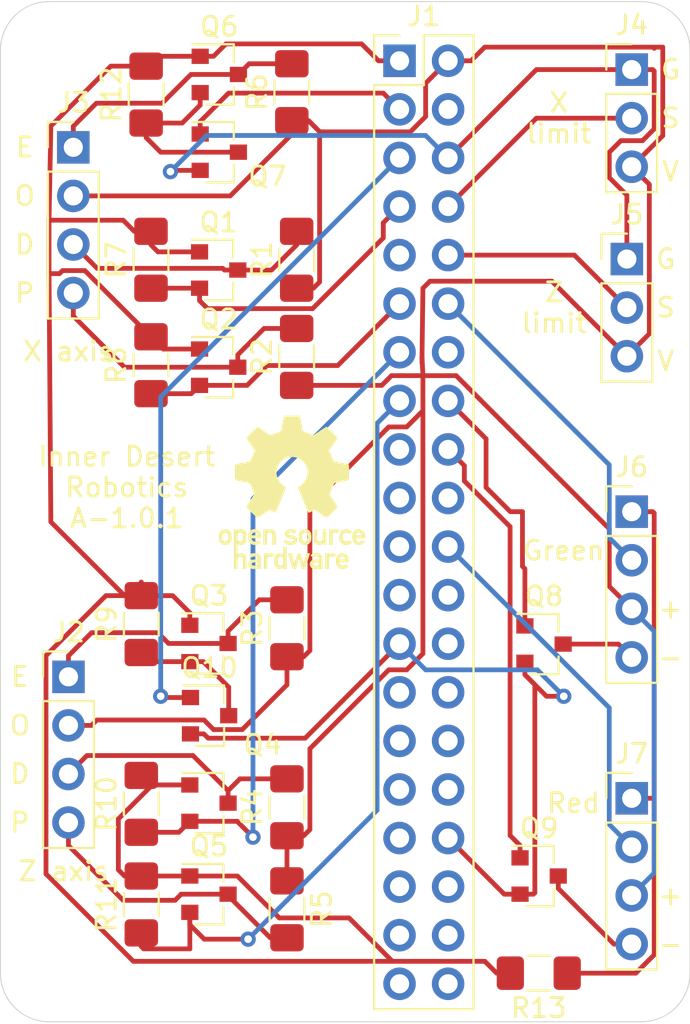
<source format=kicad_pcb>
(kicad_pcb (version 20171130) (host pcbnew 5.1.5-52549c5~84~ubuntu18.04.1)

  (general
    (thickness 1.6)
    (drawings 33)
    (tracks 300)
    (zones 0)
    (modules 31)
    (nets 49)
  )

  (page A4)
  (layers
    (0 F.Cu signal)
    (31 B.Cu signal)
    (32 B.Adhes user)
    (33 F.Adhes user)
    (34 B.Paste user)
    (35 F.Paste user)
    (36 B.SilkS user)
    (37 F.SilkS user)
    (38 B.Mask user)
    (39 F.Mask user)
    (40 Dwgs.User user)
    (41 Cmts.User user)
    (42 Eco1.User user)
    (43 Eco2.User user)
    (44 Edge.Cuts user)
    (45 Margin user)
    (46 B.CrtYd user)
    (47 F.CrtYd user)
    (48 B.Fab user)
    (49 F.Fab user hide)
  )

  (setup
    (last_trace_width 0.25)
    (trace_clearance 0.2)
    (zone_clearance 0.508)
    (zone_45_only no)
    (trace_min 0.2)
    (via_size 0.8)
    (via_drill 0.4)
    (via_min_size 0.4)
    (via_min_drill 0.3)
    (uvia_size 0.3)
    (uvia_drill 0.1)
    (uvias_allowed no)
    (uvia_min_size 0.2)
    (uvia_min_drill 0.1)
    (edge_width 0.05)
    (segment_width 0.2)
    (pcb_text_width 0.3)
    (pcb_text_size 1.5 1.5)
    (mod_edge_width 0.12)
    (mod_text_size 1 1)
    (mod_text_width 0.15)
    (pad_size 1.524 1.524)
    (pad_drill 0.762)
    (pad_to_mask_clearance 0.051)
    (solder_mask_min_width 0.25)
    (aux_axis_origin 0 0)
    (visible_elements FFFFFF7F)
    (pcbplotparams
      (layerselection 0x010fc_ffffffff)
      (usegerberextensions false)
      (usegerberattributes false)
      (usegerberadvancedattributes false)
      (creategerberjobfile false)
      (excludeedgelayer true)
      (linewidth 0.100000)
      (plotframeref false)
      (viasonmask false)
      (mode 1)
      (useauxorigin false)
      (hpglpennumber 1)
      (hpglpenspeed 20)
      (hpglpendiameter 15.000000)
      (psnegative false)
      (psa4output false)
      (plotreference true)
      (plotvalue true)
      (plotinvisibletext false)
      (padsonsilk false)
      (subtractmaskfromsilk false)
      (outputformat 1)
      (mirror false)
      (drillshape 1)
      (scaleselection 1)
      (outputdirectory ""))
  )

  (net 0 "")
  (net 1 /3v3)
  (net 2 /5v)
  (net 3 /GPIO2)
  (net 4 "Net-(J1-Pad4)")
  (net 5 /GPIO3)
  (net 6 /G)
  (net 7 /GPIO4)
  (net 8 /GPIO14)
  (net 9 /GPIO15)
  (net 10 /GPIO17)
  (net 11 /GPIO18)
  (net 12 /GPIO27)
  (net 13 "Net-(J1-Pad14)")
  (net 14 /GPIO22)
  (net 15 /GPIO23)
  (net 16 "Net-(J1-Pad17)")
  (net 17 /GPIO24)
  (net 18 "Net-(J1-Pad19)")
  (net 19 "Net-(J1-Pad20)")
  (net 20 "Net-(J1-Pad21)")
  (net 21 /GPIO25)
  (net 22 "Net-(J1-Pad23)")
  (net 23 "Net-(J1-Pad24)")
  (net 24 "Net-(J1-Pad26)")
  (net 25 "Net-(J1-Pad27)")
  (net 26 "Net-(J1-Pad28)")
  (net 27 "Net-(J1-Pad29)")
  (net 28 "Net-(J1-Pad30)")
  (net 29 "Net-(J1-Pad31)")
  (net 30 "Net-(J1-Pad32)")
  (net 31 "Net-(J1-Pad33)")
  (net 32 "Net-(J1-Pad35)")
  (net 33 "Net-(J1-Pad36)")
  (net 34 "Net-(J1-Pad37)")
  (net 35 "Net-(J1-Pad38)")
  (net 36 "Net-(J1-Pad39)")
  (net 37 "Net-(J1-Pad40)")
  (net 38 "Net-(J2-Pad1)")
  (net 39 "Net-(J2-Pad3)")
  (net 40 "Net-(J2-Pad4)")
  (net 41 "Net-(J3-Pad4)")
  (net 42 "Net-(J3-Pad3)")
  (net 43 "Net-(J3-Pad1)")
  (net 44 "Net-(J6-Pad4)")
  (net 45 "Net-(J6-Pad1)")
  (net 46 "Net-(J7-Pad4)")
  (net 47 "Net-(Q10-Pad3)")
  (net 48 "Net-(Q6-Pad2)")

  (net_class Default "This is the default net class."
    (clearance 0.2)
    (trace_width 0.25)
    (via_dia 0.8)
    (via_drill 0.4)
    (uvia_dia 0.3)
    (uvia_drill 0.1)
    (add_net /3v3)
    (add_net /5v)
    (add_net /G)
    (add_net /GPIO14)
    (add_net /GPIO15)
    (add_net /GPIO17)
    (add_net /GPIO18)
    (add_net /GPIO2)
    (add_net /GPIO22)
    (add_net /GPIO23)
    (add_net /GPIO24)
    (add_net /GPIO25)
    (add_net /GPIO27)
    (add_net /GPIO3)
    (add_net /GPIO4)
    (add_net "Net-(J1-Pad14)")
    (add_net "Net-(J1-Pad17)")
    (add_net "Net-(J1-Pad19)")
    (add_net "Net-(J1-Pad20)")
    (add_net "Net-(J1-Pad21)")
    (add_net "Net-(J1-Pad23)")
    (add_net "Net-(J1-Pad24)")
    (add_net "Net-(J1-Pad26)")
    (add_net "Net-(J1-Pad27)")
    (add_net "Net-(J1-Pad28)")
    (add_net "Net-(J1-Pad29)")
    (add_net "Net-(J1-Pad30)")
    (add_net "Net-(J1-Pad31)")
    (add_net "Net-(J1-Pad32)")
    (add_net "Net-(J1-Pad33)")
    (add_net "Net-(J1-Pad35)")
    (add_net "Net-(J1-Pad36)")
    (add_net "Net-(J1-Pad37)")
    (add_net "Net-(J1-Pad38)")
    (add_net "Net-(J1-Pad39)")
    (add_net "Net-(J1-Pad4)")
    (add_net "Net-(J1-Pad40)")
    (add_net "Net-(J2-Pad1)")
    (add_net "Net-(J2-Pad3)")
    (add_net "Net-(J2-Pad4)")
    (add_net "Net-(J3-Pad1)")
    (add_net "Net-(J3-Pad3)")
    (add_net "Net-(J3-Pad4)")
    (add_net "Net-(J6-Pad1)")
    (add_net "Net-(J6-Pad4)")
    (add_net "Net-(J7-Pad4)")
    (add_net "Net-(Q10-Pad3)")
    (add_net "Net-(Q6-Pad2)")
  )

  (module Resistor_SMD:R_1206_3216Metric_Pad1.42x1.75mm_HandSolder (layer F.Cu) (tedit 5B301BBD) (tstamp 5E2A758D)
    (at 136.144 102.3985 90)
    (descr "Resistor SMD 1206 (3216 Metric), square (rectangular) end terminal, IPC_7351 nominal with elongated pad for handsoldering. (Body size source: http://www.tortai-tech.com/upload/download/2011102023233369053.pdf), generated with kicad-footprint-generator")
    (tags "resistor handsolder")
    (path /5E2FA722)
    (attr smd)
    (fp_text reference R2 (at 0 -1.82 90) (layer F.SilkS)
      (effects (font (size 1 1) (thickness 0.15)))
    )
    (fp_text value 10k (at 0 1.82 90) (layer F.Fab) hide
      (effects (font (size 1 1) (thickness 0.15)))
    )
    (fp_line (start -1.6 0.8) (end -1.6 -0.8) (layer F.Fab) (width 0.1))
    (fp_line (start -1.6 -0.8) (end 1.6 -0.8) (layer F.Fab) (width 0.1))
    (fp_line (start 1.6 -0.8) (end 1.6 0.8) (layer F.Fab) (width 0.1))
    (fp_line (start 1.6 0.8) (end -1.6 0.8) (layer F.Fab) (width 0.1))
    (fp_line (start -0.602064 -0.91) (end 0.602064 -0.91) (layer F.SilkS) (width 0.12))
    (fp_line (start -0.602064 0.91) (end 0.602064 0.91) (layer F.SilkS) (width 0.12))
    (fp_line (start -2.45 1.12) (end -2.45 -1.12) (layer F.CrtYd) (width 0.05))
    (fp_line (start -2.45 -1.12) (end 2.45 -1.12) (layer F.CrtYd) (width 0.05))
    (fp_line (start 2.45 -1.12) (end 2.45 1.12) (layer F.CrtYd) (width 0.05))
    (fp_line (start 2.45 1.12) (end -2.45 1.12) (layer F.CrtYd) (width 0.05))
    (fp_text user %R (at 0 0 90) (layer F.Fab)
      (effects (font (size 0.8 0.8) (thickness 0.12)))
    )
    (pad 1 smd roundrect (at -1.4875 0 90) (size 1.425 1.75) (layers F.Cu F.Paste F.Mask) (roundrect_rratio 0.175439)
      (net 2 /5v))
    (pad 2 smd roundrect (at 1.4875 0 90) (size 1.425 1.75) (layers F.Cu F.Paste F.Mask) (roundrect_rratio 0.175439)
      (net 41 "Net-(J3-Pad4)"))
    (model ${KISYS3DMOD}/Resistor_SMD.3dshapes/R_1206_3216Metric.wrl
      (at (xyz 0 0 0))
      (scale (xyz 1 1 1))
      (rotate (xyz 0 0 0))
    )
  )

  (module Symbol:OSHW-Logo_7.5x8mm_SilkScreen (layer F.Cu) (tedit 0) (tstamp 5E2ADEA2)
    (at 135.89 109.474)
    (descr "Open Source Hardware Logo")
    (tags "Logo OSHW")
    (attr virtual)
    (fp_text reference REF** (at 0 0) (layer F.SilkS) hide
      (effects (font (size 1 1) (thickness 0.15)))
    )
    (fp_text value OSHW-Logo_7.5x8mm_SilkScreen (at 0.75 0) (layer F.Fab) hide
      (effects (font (size 1 1) (thickness 0.15)))
    )
    (fp_poly (pts (xy 0.500964 -3.601424) (xy 0.576513 -3.200678) (xy 1.134041 -2.970846) (xy 1.468465 -3.198252)
      (xy 1.562122 -3.261569) (xy 1.646782 -3.318104) (xy 1.718495 -3.365273) (xy 1.773311 -3.400498)
      (xy 1.80728 -3.421195) (xy 1.81653 -3.425658) (xy 1.833195 -3.41418) (xy 1.868806 -3.382449)
      (xy 1.919371 -3.334517) (xy 1.9809 -3.274438) (xy 2.049399 -3.206267) (xy 2.120879 -3.134055)
      (xy 2.191347 -3.061858) (xy 2.256811 -2.993727) (xy 2.31328 -2.933717) (xy 2.356763 -2.885881)
      (xy 2.383268 -2.854273) (xy 2.389605 -2.843695) (xy 2.380486 -2.824194) (xy 2.35492 -2.781469)
      (xy 2.315597 -2.719702) (xy 2.265203 -2.643069) (xy 2.206427 -2.555752) (xy 2.172368 -2.505948)
      (xy 2.110289 -2.415007) (xy 2.055126 -2.332941) (xy 2.009554 -2.263837) (xy 1.97625 -2.211778)
      (xy 1.95789 -2.18085) (xy 1.955131 -2.17435) (xy 1.961385 -2.155879) (xy 1.978434 -2.112828)
      (xy 2.003703 -2.051251) (xy 2.034622 -1.977201) (xy 2.068618 -1.89673) (xy 2.103118 -1.815893)
      (xy 2.135551 -1.740742) (xy 2.163343 -1.677329) (xy 2.183923 -1.631707) (xy 2.194719 -1.609931)
      (xy 2.195356 -1.609074) (xy 2.212307 -1.604916) (xy 2.257451 -1.595639) (xy 2.32611 -1.582156)
      (xy 2.413602 -1.565379) (xy 2.51525 -1.546219) (xy 2.574556 -1.53517) (xy 2.683172 -1.51449)
      (xy 2.781277 -1.494811) (xy 2.863909 -1.477211) (xy 2.926104 -1.462767) (xy 2.962899 -1.452554)
      (xy 2.970296 -1.449314) (xy 2.97754 -1.427383) (xy 2.983385 -1.377853) (xy 2.987835 -1.306515)
      (xy 2.990893 -1.219161) (xy 2.992565 -1.121583) (xy 2.992853 -1.019574) (xy 2.991761 -0.918925)
      (xy 2.989294 -0.825428) (xy 2.985456 -0.744875) (xy 2.98025 -0.683058) (xy 2.973681 -0.64577)
      (xy 2.969741 -0.638007) (xy 2.946188 -0.628702) (xy 2.896282 -0.6154) (xy 2.826623 -0.599663)
      (xy 2.743813 -0.583054) (xy 2.714905 -0.577681) (xy 2.575531 -0.552152) (xy 2.465436 -0.531592)
      (xy 2.380982 -0.515185) (xy 2.31853 -0.502113) (xy 2.274444 -0.491559) (xy 2.245085 -0.482706)
      (xy 2.226815 -0.474737) (xy 2.215998 -0.466835) (xy 2.214485 -0.465273) (xy 2.199377 -0.440114)
      (xy 2.176329 -0.39115) (xy 2.147644 -0.324379) (xy 2.115622 -0.245795) (xy 2.082565 -0.161393)
      (xy 2.050773 -0.07717) (xy 2.022549 0.000879) (xy 2.000193 0.066759) (xy 1.986007 0.114473)
      (xy 1.982293 0.138027) (xy 1.982602 0.138852) (xy 1.995189 0.158104) (xy 2.023744 0.200463)
      (xy 2.065267 0.261521) (xy 2.116756 0.336868) (xy 2.175211 0.422096) (xy 2.191858 0.446315)
      (xy 2.251215 0.534123) (xy 2.303447 0.614238) (xy 2.345708 0.682062) (xy 2.375153 0.732993)
      (xy 2.388937 0.762431) (xy 2.389605 0.766048) (xy 2.378024 0.785057) (xy 2.346024 0.822714)
      (xy 2.297718 0.874973) (xy 2.23722 0.937786) (xy 2.168644 1.007106) (xy 2.096104 1.078885)
      (xy 2.023712 1.149077) (xy 1.955584 1.213635) (xy 1.895832 1.26851) (xy 1.848571 1.309656)
      (xy 1.817913 1.333026) (xy 1.809432 1.336842) (xy 1.789691 1.327855) (xy 1.749274 1.303616)
      (xy 1.694763 1.268209) (xy 1.652823 1.239711) (xy 1.576829 1.187418) (xy 1.486834 1.125845)
      (xy 1.396564 1.06437) (xy 1.348032 1.031469) (xy 1.183762 0.920359) (xy 1.045869 0.994916)
      (xy 0.983049 1.027578) (xy 0.929629 1.052966) (xy 0.893484 1.067446) (xy 0.884284 1.06946)
      (xy 0.873221 1.054584) (xy 0.851394 1.012547) (xy 0.820434 0.947227) (xy 0.78197 0.8625)
      (xy 0.737632 0.762245) (xy 0.689047 0.650339) (xy 0.637846 0.530659) (xy 0.585659 0.407084)
      (xy 0.534113 0.283491) (xy 0.48484 0.163757) (xy 0.439467 0.051759) (xy 0.399625 -0.048623)
      (xy 0.366942 -0.133514) (xy 0.343049 -0.199035) (xy 0.329574 -0.24131) (xy 0.327406 -0.255828)
      (xy 0.344583 -0.274347) (xy 0.38219 -0.30441) (xy 0.432366 -0.339768) (xy 0.436578 -0.342566)
      (xy 0.566264 -0.446375) (xy 0.670834 -0.567485) (xy 0.749381 -0.702024) (xy 0.800999 -0.846118)
      (xy 0.824782 -0.995895) (xy 0.819823 -1.147483) (xy 0.785217 -1.297008) (xy 0.720057 -1.4406)
      (xy 0.700886 -1.472016) (xy 0.601174 -1.598875) (xy 0.483377 -1.700745) (xy 0.351571 -1.777096)
      (xy 0.209833 -1.827398) (xy 0.062242 -1.851121) (xy -0.087127 -1.847735) (xy -0.234197 -1.816712)
      (xy -0.374889 -1.75752) (xy -0.505127 -1.669631) (xy -0.545414 -1.633958) (xy -0.647945 -1.522294)
      (xy -0.722659 -1.404743) (xy -0.77391 -1.27298) (xy -0.802454 -1.142493) (xy -0.8095 -0.995784)
      (xy -0.786004 -0.848347) (xy -0.734351 -0.705166) (xy -0.656929 -0.571223) (xy -0.556125 -0.451502)
      (xy -0.434324 -0.350986) (xy -0.418316 -0.340391) (xy -0.367602 -0.305694) (xy -0.32905 -0.27563)
      (xy -0.310619 -0.256435) (xy -0.310351 -0.255828) (xy -0.314308 -0.235064) (xy -0.329993 -0.187938)
      (xy -0.355778 -0.118327) (xy -0.390031 -0.030107) (xy -0.431123 0.072844) (xy -0.477424 0.18665)
      (xy -0.527304 0.307435) (xy -0.579133 0.431321) (xy -0.631281 0.554432) (xy -0.682118 0.672891)
      (xy -0.730013 0.782823) (xy -0.773338 0.880349) (xy -0.810462 0.961593) (xy -0.839756 1.022679)
      (xy -0.859588 1.05973) (xy -0.867574 1.06946) (xy -0.891979 1.061883) (xy -0.937642 1.04156)
      (xy -0.99669 1.012125) (xy -1.02916 0.994916) (xy -1.167053 0.920359) (xy -1.331323 1.031469)
      (xy -1.415179 1.08839) (xy -1.506987 1.15103) (xy -1.59302 1.210011) (xy -1.636113 1.239711)
      (xy -1.696723 1.28041) (xy -1.748045 1.312663) (xy -1.783385 1.332384) (xy -1.794863 1.336554)
      (xy -1.81157 1.325307) (xy -1.848546 1.293911) (xy -1.902205 1.245624) (xy -1.968962 1.183708)
      (xy -2.045234 1.111421) (xy -2.093473 1.065008) (xy -2.177867 0.982087) (xy -2.250803 0.90792)
      (xy -2.309331 0.84568) (xy -2.350503 0.798541) (xy -2.371372 0.769673) (xy -2.373374 0.763815)
      (xy -2.364083 0.741532) (xy -2.338409 0.696477) (xy -2.2992 0.633211) (xy -2.249303 0.556295)
      (xy -2.191567 0.470292) (xy -2.175149 0.446315) (xy -2.115323 0.35917) (xy -2.06165 0.28071)
      (xy -2.01713 0.215345) (xy -1.984765 0.167484) (xy -1.967555 0.141535) (xy -1.965893 0.138852)
      (xy -1.968379 0.118172) (xy -1.981577 0.072704) (xy -2.003186 0.008444) (xy -2.030904 -0.068613)
      (xy -2.06243 -0.152471) (xy -2.095463 -0.237134) (xy -2.127701 -0.316608) (xy -2.156843 -0.384896)
      (xy -2.180588 -0.436003) (xy -2.196635 -0.463933) (xy -2.197775 -0.465273) (xy -2.207588 -0.473255)
      (xy -2.224161 -0.481149) (xy -2.251132 -0.489771) (xy -2.292139 -0.499938) (xy -2.35082 -0.512469)
      (xy -2.430813 -0.528179) (xy -2.535755 -0.547887) (xy -2.669285 -0.572408) (xy -2.698196 -0.577681)
      (xy -2.783882 -0.594236) (xy -2.858582 -0.610431) (xy -2.915694 -0.624704) (xy -2.948617 -0.635492)
      (xy -2.953031 -0.638007) (xy -2.960306 -0.660304) (xy -2.966219 -0.710131) (xy -2.970766 -0.781696)
      (xy -2.973945 -0.869207) (xy -2.975749 -0.966872) (xy -2.976177 -1.068899) (xy -2.975223 -1.169497)
      (xy -2.972884 -1.262873) (xy -2.969156 -1.343235) (xy -2.964034 -1.404791) (xy -2.957516 -1.44175)
      (xy -2.953586 -1.449314) (xy -2.931708 -1.456944) (xy -2.881891 -1.469358) (xy -2.809097 -1.485478)
      (xy -2.718289 -1.504227) (xy -2.614431 -1.524529) (xy -2.557846 -1.53517) (xy -2.450486 -1.55524)
      (xy -2.354746 -1.57342) (xy -2.275306 -1.588801) (xy -2.216846 -1.600469) (xy -2.184045 -1.607512)
      (xy -2.178646 -1.609074) (xy -2.169522 -1.626678) (xy -2.150235 -1.669082) (xy -2.123355 -1.730228)
      (xy -2.091454 -1.804057) (xy -2.057102 -1.884511) (xy -2.022871 -1.965532) (xy -1.991331 -2.041063)
      (xy -1.965054 -2.105045) (xy -1.946611 -2.15142) (xy -1.938571 -2.174131) (xy -1.938422 -2.175124)
      (xy -1.947535 -2.193039) (xy -1.973086 -2.234267) (xy -2.012388 -2.294709) (xy -2.062757 -2.370269)
      (xy -2.121506 -2.456848) (xy -2.155658 -2.506579) (xy -2.21789 -2.597764) (xy -2.273164 -2.680551)
      (xy -2.318782 -2.750751) (xy -2.352048 -2.804176) (xy -2.370264 -2.836639) (xy -2.372895 -2.843917)
      (xy -2.361586 -2.860855) (xy -2.330319 -2.897022) (xy -2.28309 -2.948365) (xy -2.223892 -3.010833)
      (xy -2.156719 -3.080374) (xy -2.085566 -3.152935) (xy -2.014426 -3.224465) (xy -1.947293 -3.290913)
      (xy -1.888161 -3.348226) (xy -1.841025 -3.392353) (xy -1.809877 -3.419241) (xy -1.799457 -3.425658)
      (xy -1.782491 -3.416635) (xy -1.741911 -3.391285) (xy -1.681663 -3.35219) (xy -1.605693 -3.301929)
      (xy -1.517946 -3.243083) (xy -1.451756 -3.198252) (xy -1.117332 -2.970846) (xy -0.838567 -3.085762)
      (xy -0.559803 -3.200678) (xy -0.484254 -3.601424) (xy -0.408706 -4.002171) (xy 0.425415 -4.002171)
      (xy 0.500964 -3.601424)) (layer F.SilkS) (width 0.01))
    (fp_poly (pts (xy 2.391388 1.937645) (xy 2.448865 1.955206) (xy 2.485872 1.977395) (xy 2.497927 1.994942)
      (xy 2.494609 2.015742) (xy 2.473079 2.048419) (xy 2.454874 2.071562) (xy 2.417344 2.113402)
      (xy 2.389148 2.131005) (xy 2.365111 2.129856) (xy 2.293808 2.11171) (xy 2.241442 2.112534)
      (xy 2.198918 2.133098) (xy 2.184642 2.145134) (xy 2.138947 2.187483) (xy 2.138947 2.740526)
      (xy 1.955131 2.740526) (xy 1.955131 1.938421) (xy 2.047039 1.938421) (xy 2.102219 1.940603)
      (xy 2.130688 1.948351) (xy 2.138943 1.963468) (xy 2.138947 1.963916) (xy 2.142845 1.979749)
      (xy 2.160474 1.977684) (xy 2.184901 1.966261) (xy 2.23535 1.945005) (xy 2.276316 1.932216)
      (xy 2.329028 1.928938) (xy 2.391388 1.937645)) (layer F.SilkS) (width 0.01))
    (fp_poly (pts (xy -1.002043 1.952226) (xy -0.960454 1.97209) (xy -0.920175 2.000784) (xy -0.88949 2.033809)
      (xy -0.867139 2.075931) (xy -0.851864 2.131915) (xy -0.842408 2.206528) (xy -0.837513 2.304535)
      (xy -0.835919 2.430702) (xy -0.835894 2.443914) (xy -0.835527 2.740526) (xy -1.019343 2.740526)
      (xy -1.019343 2.467081) (xy -1.019473 2.365777) (xy -1.020379 2.292353) (xy -1.022827 2.241271)
      (xy -1.027586 2.20699) (xy -1.035426 2.183971) (xy -1.047115 2.166673) (xy -1.063398 2.149581)
      (xy -1.120366 2.112857) (xy -1.182555 2.106042) (xy -1.241801 2.129261) (xy -1.262405 2.146543)
      (xy -1.27753 2.162791) (xy -1.28839 2.180191) (xy -1.29569 2.204212) (xy -1.300137 2.240322)
      (xy -1.302436 2.293988) (xy -1.303296 2.37068) (xy -1.303422 2.464043) (xy -1.303422 2.740526)
      (xy -1.487237 2.740526) (xy -1.487237 1.938421) (xy -1.395329 1.938421) (xy -1.340149 1.940603)
      (xy -1.31168 1.948351) (xy -1.303425 1.963468) (xy -1.303422 1.963916) (xy -1.299592 1.97872)
      (xy -1.282699 1.97704) (xy -1.249112 1.960773) (xy -1.172937 1.93684) (xy -1.0858 1.934178)
      (xy -1.002043 1.952226)) (layer F.SilkS) (width 0.01))
    (fp_poly (pts (xy 3.558784 1.935554) (xy 3.601574 1.945949) (xy 3.683609 1.984013) (xy 3.753757 2.042149)
      (xy 3.802305 2.111852) (xy 3.808975 2.127502) (xy 3.818124 2.168496) (xy 3.824529 2.229138)
      (xy 3.82671 2.29043) (xy 3.82671 2.406316) (xy 3.584407 2.406316) (xy 3.484471 2.406693)
      (xy 3.414069 2.408987) (xy 3.369313 2.414938) (xy 3.346315 2.426285) (xy 3.341189 2.444771)
      (xy 3.350048 2.472136) (xy 3.365917 2.504155) (xy 3.410184 2.557592) (xy 3.471699 2.584215)
      (xy 3.546885 2.583347) (xy 3.632053 2.554371) (xy 3.705659 2.518611) (xy 3.766734 2.566904)
      (xy 3.82781 2.615197) (xy 3.770351 2.668285) (xy 3.693641 2.718445) (xy 3.599302 2.748688)
      (xy 3.497827 2.757151) (xy 3.399711 2.741974) (xy 3.383881 2.736824) (xy 3.297647 2.691791)
      (xy 3.233501 2.624652) (xy 3.190091 2.533405) (xy 3.166064 2.416044) (xy 3.165784 2.413529)
      (xy 3.163633 2.285627) (xy 3.172329 2.239997) (xy 3.342105 2.239997) (xy 3.357697 2.247013)
      (xy 3.400029 2.252388) (xy 3.462434 2.255457) (xy 3.501981 2.255921) (xy 3.575728 2.25563)
      (xy 3.62184 2.253783) (xy 3.6461 2.248912) (xy 3.654294 2.239555) (xy 3.652206 2.224245)
      (xy 3.650455 2.218322) (xy 3.62056 2.162668) (xy 3.573542 2.117815) (xy 3.532049 2.098105)
      (xy 3.476926 2.099295) (xy 3.421068 2.123875) (xy 3.374212 2.16457) (xy 3.346094 2.214108)
      (xy 3.342105 2.239997) (xy 3.172329 2.239997) (xy 3.185074 2.173133) (xy 3.227611 2.078727)
      (xy 3.288747 2.005088) (xy 3.365985 1.954893) (xy 3.45683 1.930822) (xy 3.558784 1.935554)) (layer F.SilkS) (width 0.01))
    (fp_poly (pts (xy 2.946576 1.945419) (xy 3.043395 1.986549) (xy 3.07389 2.006571) (xy 3.112865 2.03734)
      (xy 3.137331 2.061533) (xy 3.141578 2.069413) (xy 3.129584 2.086899) (xy 3.098887 2.11657)
      (xy 3.074312 2.137279) (xy 3.007046 2.191336) (xy 2.95393 2.146642) (xy 2.912884 2.117789)
      (xy 2.872863 2.107829) (xy 2.827059 2.110261) (xy 2.754324 2.128345) (xy 2.704256 2.165881)
      (xy 2.673829 2.226562) (xy 2.660017 2.314081) (xy 2.660013 2.314136) (xy 2.661208 2.411958)
      (xy 2.679772 2.48373) (xy 2.716804 2.532595) (xy 2.74205 2.549143) (xy 2.809097 2.569749)
      (xy 2.880709 2.569762) (xy 2.943015 2.549768) (xy 2.957763 2.54) (xy 2.99475 2.515047)
      (xy 3.023668 2.510958) (xy 3.054856 2.52953) (xy 3.089336 2.562887) (xy 3.143912 2.619196)
      (xy 3.083318 2.669142) (xy 2.989698 2.725513) (xy 2.884125 2.753293) (xy 2.773798 2.751282)
      (xy 2.701343 2.732862) (xy 2.616656 2.68731) (xy 2.548927 2.61565) (xy 2.518157 2.565066)
      (xy 2.493236 2.492488) (xy 2.480766 2.400569) (xy 2.48067 2.300948) (xy 2.49287 2.205267)
      (xy 2.51729 2.125169) (xy 2.521136 2.116956) (xy 2.578093 2.036413) (xy 2.655209 1.977771)
      (xy 2.74639 1.942247) (xy 2.845543 1.931057) (xy 2.946576 1.945419)) (layer F.SilkS) (width 0.01))
    (fp_poly (pts (xy 1.320131 2.198533) (xy 1.32171 2.321089) (xy 1.327481 2.414179) (xy 1.338991 2.481651)
      (xy 1.35779 2.527355) (xy 1.385426 2.555139) (xy 1.423448 2.568854) (xy 1.470526 2.572358)
      (xy 1.519832 2.568432) (xy 1.557283 2.554089) (xy 1.584428 2.525478) (xy 1.602815 2.478751)
      (xy 1.613993 2.410058) (xy 1.619511 2.31555) (xy 1.620921 2.198533) (xy 1.620921 1.938421)
      (xy 1.804736 1.938421) (xy 1.804736 2.740526) (xy 1.712828 2.740526) (xy 1.657422 2.738281)
      (xy 1.628891 2.730396) (xy 1.620921 2.715428) (xy 1.61612 2.702097) (xy 1.597014 2.704917)
      (xy 1.558504 2.723783) (xy 1.470239 2.752887) (xy 1.376623 2.750825) (xy 1.286921 2.719221)
      (xy 1.244204 2.694257) (xy 1.211621 2.667226) (xy 1.187817 2.633405) (xy 1.171439 2.588068)
      (xy 1.161131 2.526489) (xy 1.155541 2.443943) (xy 1.153312 2.335705) (xy 1.153026 2.252004)
      (xy 1.153026 1.938421) (xy 1.320131 1.938421) (xy 1.320131 2.198533)) (layer F.SilkS) (width 0.01))
    (fp_poly (pts (xy 0.811669 1.94831) (xy 0.896192 1.99434) (xy 0.962321 2.067006) (xy 0.993478 2.126106)
      (xy 1.006855 2.178305) (xy 1.015522 2.252719) (xy 1.019237 2.338442) (xy 1.017754 2.424569)
      (xy 1.010831 2.500193) (xy 1.002745 2.540584) (xy 0.975465 2.59584) (xy 0.92822 2.65453)
      (xy 0.871282 2.705852) (xy 0.814924 2.739005) (xy 0.81355 2.739531) (xy 0.743616 2.754018)
      (xy 0.660737 2.754377) (xy 0.581977 2.741188) (xy 0.551566 2.730617) (xy 0.473239 2.686201)
      (xy 0.417143 2.628007) (xy 0.380286 2.550965) (xy 0.35968 2.450001) (xy 0.355018 2.397116)
      (xy 0.355613 2.330663) (xy 0.534736 2.330663) (xy 0.54077 2.42763) (xy 0.558138 2.501523)
      (xy 0.58574 2.548736) (xy 0.605404 2.562237) (xy 0.655787 2.571651) (xy 0.715673 2.568864)
      (xy 0.767449 2.555316) (xy 0.781027 2.547862) (xy 0.816849 2.504451) (xy 0.840493 2.438014)
      (xy 0.850558 2.357161) (xy 0.845642 2.270502) (xy 0.834655 2.218349) (xy 0.803109 2.157951)
      (xy 0.753311 2.120197) (xy 0.693337 2.107143) (xy 0.631264 2.120849) (xy 0.583582 2.154372)
      (xy 0.558525 2.182031) (xy 0.5439 2.209294) (xy 0.536929 2.24619) (xy 0.534833 2.30275)
      (xy 0.534736 2.330663) (xy 0.355613 2.330663) (xy 0.356282 2.255994) (xy 0.379265 2.140271)
      (xy 0.423972 2.049941) (xy 0.490405 1.985) (xy 0.578565 1.945445) (xy 0.597495 1.940858)
      (xy 0.711266 1.93009) (xy 0.811669 1.94831)) (layer F.SilkS) (width 0.01))
    (fp_poly (pts (xy 0.018628 1.935547) (xy 0.081908 1.947548) (xy 0.147557 1.972648) (xy 0.154572 1.975848)
      (xy 0.204356 2.002026) (xy 0.238834 2.026353) (xy 0.249978 2.041937) (xy 0.239366 2.067353)
      (xy 0.213588 2.104853) (xy 0.202146 2.118852) (xy 0.154992 2.173954) (xy 0.094201 2.138086)
      (xy 0.036347 2.114192) (xy -0.0305 2.10142) (xy -0.094606 2.100613) (xy -0.144236 2.112615)
      (xy -0.156146 2.120105) (xy -0.178828 2.15445) (xy -0.181584 2.194013) (xy -0.164612 2.22492)
      (xy -0.154573 2.230913) (xy -0.12449 2.238357) (xy -0.071611 2.247106) (xy -0.006425 2.255467)
      (xy 0.0056 2.256778) (xy 0.110297 2.274888) (xy 0.186232 2.305651) (xy 0.236592 2.351907)
      (xy 0.264564 2.416497) (xy 0.273278 2.495387) (xy 0.26124 2.585065) (xy 0.222151 2.655486)
      (xy 0.155855 2.706777) (xy 0.062194 2.739067) (xy -0.041777 2.751807) (xy -0.126562 2.751654)
      (xy -0.195335 2.740083) (xy -0.242303 2.724109) (xy -0.30165 2.696275) (xy -0.356494 2.663973)
      (xy -0.375987 2.649755) (xy -0.426119 2.608835) (xy -0.305197 2.486477) (xy -0.236457 2.531967)
      (xy -0.167512 2.566133) (xy -0.093889 2.584004) (xy -0.023117 2.585889) (xy 0.037274 2.572101)
      (xy 0.079757 2.542949) (xy 0.093474 2.518352) (xy 0.091417 2.478904) (xy 0.05733 2.448737)
      (xy -0.008692 2.427906) (xy -0.081026 2.418279) (xy -0.192348 2.39991) (xy -0.275048 2.365254)
      (xy -0.330235 2.313297) (xy -0.359012 2.243023) (xy -0.362999 2.159707) (xy -0.343307 2.072681)
      (xy -0.298411 2.006902) (xy -0.227909 1.962068) (xy -0.131399 1.937879) (xy -0.0599 1.933137)
      (xy 0.018628 1.935547)) (layer F.SilkS) (width 0.01))
    (fp_poly (pts (xy -1.802982 1.957027) (xy -1.78633 1.964866) (xy -1.728695 2.007086) (xy -1.674195 2.0687)
      (xy -1.633501 2.136543) (xy -1.621926 2.167734) (xy -1.611366 2.223449) (xy -1.605069 2.290781)
      (xy -1.604304 2.318585) (xy -1.604211 2.406316) (xy -2.10915 2.406316) (xy -2.098387 2.45227)
      (xy -2.071967 2.50662) (xy -2.025778 2.553591) (xy -1.970828 2.583848) (xy -1.935811 2.590131)
      (xy -1.888323 2.582506) (xy -1.831665 2.563383) (xy -1.812418 2.554584) (xy -1.741241 2.519036)
      (xy -1.680498 2.565367) (xy -1.645448 2.596703) (xy -1.626798 2.622567) (xy -1.625853 2.630158)
      (xy -1.642515 2.648556) (xy -1.67903 2.676515) (xy -1.712172 2.698327) (xy -1.801607 2.737537)
      (xy -1.901871 2.755285) (xy -2.001246 2.75067) (xy -2.080461 2.726551) (xy -2.16212 2.674884)
      (xy -2.220151 2.606856) (xy -2.256454 2.518843) (xy -2.272928 2.407216) (xy -2.274389 2.356138)
      (xy -2.268543 2.239091) (xy -2.267825 2.235686) (xy -2.100511 2.235686) (xy -2.095903 2.246662)
      (xy -2.076964 2.252715) (xy -2.037902 2.25531) (xy -1.972923 2.25591) (xy -1.947903 2.255921)
      (xy -1.871779 2.255014) (xy -1.823504 2.25172) (xy -1.79754 2.245181) (xy -1.788352 2.234537)
      (xy -1.788027 2.231119) (xy -1.798513 2.203956) (xy -1.824758 2.165903) (xy -1.836041 2.152579)
      (xy -1.877928 2.114896) (xy -1.921591 2.10008) (xy -1.945115 2.098842) (xy -2.008757 2.114329)
      (xy -2.062127 2.15593) (xy -2.095981 2.216353) (xy -2.096581 2.218322) (xy -2.100511 2.235686)
      (xy -2.267825 2.235686) (xy -2.249101 2.146928) (xy -2.214078 2.07319) (xy -2.171244 2.020848)
      (xy -2.092052 1.964092) (xy -1.99896 1.933762) (xy -1.899945 1.931021) (xy -1.802982 1.957027)) (layer F.SilkS) (width 0.01))
    (fp_poly (pts (xy -3.373216 1.947104) (xy -3.285795 1.985754) (xy -3.21943 2.05029) (xy -3.174024 2.140812)
      (xy -3.149482 2.257418) (xy -3.147723 2.275624) (xy -3.146344 2.403984) (xy -3.164216 2.516496)
      (xy -3.20025 2.607688) (xy -3.219545 2.637022) (xy -3.286755 2.699106) (xy -3.37235 2.739316)
      (xy -3.46811 2.756003) (xy -3.565813 2.747517) (xy -3.640083 2.72138) (xy -3.703953 2.677335)
      (xy -3.756154 2.619587) (xy -3.757057 2.618236) (xy -3.778256 2.582593) (xy -3.792033 2.546752)
      (xy -3.800376 2.501519) (xy -3.805273 2.437701) (xy -3.807431 2.385368) (xy -3.808329 2.33791)
      (xy -3.641257 2.33791) (xy -3.639624 2.385154) (xy -3.633696 2.448046) (xy -3.623239 2.488407)
      (xy -3.604381 2.517122) (xy -3.586719 2.533896) (xy -3.524106 2.569016) (xy -3.458592 2.57371)
      (xy -3.397579 2.54844) (xy -3.367072 2.520124) (xy -3.345089 2.491589) (xy -3.332231 2.464284)
      (xy -3.326588 2.42875) (xy -3.326249 2.375524) (xy -3.327988 2.326506) (xy -3.331729 2.256482)
      (xy -3.337659 2.211064) (xy -3.348347 2.18144) (xy -3.366361 2.158797) (xy -3.380637 2.145855)
      (xy -3.440349 2.11186) (xy -3.504766 2.110165) (xy -3.558781 2.130301) (xy -3.60486 2.172352)
      (xy -3.632311 2.241428) (xy -3.641257 2.33791) (xy -3.808329 2.33791) (xy -3.809401 2.281299)
      (xy -3.806036 2.203468) (xy -3.795955 2.14493) (xy -3.777774 2.098737) (xy -3.75011 2.057942)
      (xy -3.739854 2.045828) (xy -3.675722 1.985474) (xy -3.606934 1.95022) (xy -3.522811 1.93545)
      (xy -3.481791 1.934243) (xy -3.373216 1.947104)) (layer F.SilkS) (width 0.01))
    (fp_poly (pts (xy 2.701193 3.196078) (xy 2.781068 3.216845) (xy 2.847962 3.259705) (xy 2.880351 3.291723)
      (xy 2.933445 3.367413) (xy 2.963873 3.455216) (xy 2.974327 3.56315) (xy 2.97438 3.571875)
      (xy 2.974473 3.659605) (xy 2.469534 3.659605) (xy 2.480298 3.705559) (xy 2.499732 3.747178)
      (xy 2.533745 3.790544) (xy 2.54086 3.797467) (xy 2.602003 3.834935) (xy 2.671729 3.841289)
      (xy 2.751987 3.816638) (xy 2.765592 3.81) (xy 2.807319 3.789819) (xy 2.835268 3.778321)
      (xy 2.840145 3.777258) (xy 2.857168 3.787583) (xy 2.889633 3.812845) (xy 2.906114 3.82665)
      (xy 2.940264 3.858361) (xy 2.951478 3.879299) (xy 2.943695 3.89856) (xy 2.939535 3.903827)
      (xy 2.911357 3.926878) (xy 2.864862 3.954892) (xy 2.832434 3.971246) (xy 2.740385 4.000059)
      (xy 2.638476 4.009395) (xy 2.541963 3.998332) (xy 2.514934 3.990412) (xy 2.431276 3.945581)
      (xy 2.369266 3.876598) (xy 2.328545 3.782794) (xy 2.308755 3.663498) (xy 2.306582 3.601118)
      (xy 2.312926 3.510298) (xy 2.473157 3.510298) (xy 2.488655 3.517012) (xy 2.530312 3.52228)
      (xy 2.590876 3.525389) (xy 2.631907 3.525921) (xy 2.705711 3.525408) (xy 2.752293 3.523006)
      (xy 2.777848 3.517422) (xy 2.788569 3.507361) (xy 2.790657 3.492763) (xy 2.776331 3.447796)
      (xy 2.740262 3.403353) (xy 2.692815 3.369242) (xy 2.645349 3.355288) (xy 2.580879 3.367666)
      (xy 2.52507 3.403452) (xy 2.486374 3.455033) (xy 2.473157 3.510298) (xy 2.312926 3.510298)
      (xy 2.315821 3.468866) (xy 2.344336 3.363498) (xy 2.392729 3.284178) (xy 2.461604 3.230071)
      (xy 2.551565 3.200343) (xy 2.6003 3.194618) (xy 2.701193 3.196078)) (layer F.SilkS) (width 0.01))
    (fp_poly (pts (xy 2.173167 3.191447) (xy 2.237408 3.204112) (xy 2.27398 3.222864) (xy 2.312453 3.254017)
      (xy 2.257717 3.323127) (xy 2.223969 3.364979) (xy 2.201053 3.385398) (xy 2.178279 3.388517)
      (xy 2.144956 3.378472) (xy 2.129314 3.372789) (xy 2.065542 3.364404) (xy 2.00714 3.382378)
      (xy 1.964264 3.422982) (xy 1.957299 3.435929) (xy 1.949713 3.470224) (xy 1.943859 3.533427)
      (xy 1.940011 3.62106) (xy 1.938443 3.72864) (xy 1.938421 3.743944) (xy 1.938421 4.010526)
      (xy 1.754605 4.010526) (xy 1.754605 3.19171) (xy 1.846513 3.19171) (xy 1.899507 3.193094)
      (xy 1.927115 3.199252) (xy 1.937324 3.213194) (xy 1.938421 3.226344) (xy 1.938421 3.260978)
      (xy 1.98245 3.226344) (xy 2.032937 3.202716) (xy 2.10076 3.191033) (xy 2.173167 3.191447)) (layer F.SilkS) (width 0.01))
    (fp_poly (pts (xy 1.379992 3.196673) (xy 1.450427 3.21378) (xy 1.470787 3.222844) (xy 1.510253 3.246583)
      (xy 1.540541 3.273321) (xy 1.562952 3.307699) (xy 1.578786 3.35436) (xy 1.589343 3.417946)
      (xy 1.595924 3.503099) (xy 1.599828 3.614462) (xy 1.60131 3.688849) (xy 1.606765 4.010526)
      (xy 1.51358 4.010526) (xy 1.457047 4.008156) (xy 1.427922 4.000055) (xy 1.420394 3.986451)
      (xy 1.41642 3.971741) (xy 1.398652 3.974554) (xy 1.37444 3.986348) (xy 1.313828 4.004427)
      (xy 1.235929 4.009299) (xy 1.153995 4.00133) (xy 1.081281 3.980889) (xy 1.074759 3.978051)
      (xy 1.008302 3.931365) (xy 0.964491 3.866464) (xy 0.944332 3.7906) (xy 0.945872 3.763344)
      (xy 1.110345 3.763344) (xy 1.124837 3.800024) (xy 1.167805 3.826309) (xy 1.237129 3.840417)
      (xy 1.274177 3.84229) (xy 1.335919 3.837494) (xy 1.37696 3.818858) (xy 1.386973 3.81)
      (xy 1.4141 3.761806) (xy 1.420394 3.718092) (xy 1.420394 3.659605) (xy 1.33893 3.659605)
      (xy 1.244234 3.664432) (xy 1.177813 3.679613) (xy 1.135846 3.7062) (xy 1.126449 3.718052)
      (xy 1.110345 3.763344) (xy 0.945872 3.763344) (xy 0.948829 3.711026) (xy 0.978985 3.634995)
      (xy 1.020131 3.583612) (xy 1.045052 3.561397) (xy 1.069448 3.546798) (xy 1.101191 3.537897)
      (xy 1.148152 3.532775) (xy 1.218204 3.529515) (xy 1.24599 3.528577) (xy 1.420394 3.522879)
      (xy 1.420138 3.470091) (xy 1.413384 3.414603) (xy 1.388964 3.381052) (xy 1.33963 3.359618)
      (xy 1.338306 3.359236) (xy 1.26836 3.350808) (xy 1.199914 3.361816) (xy 1.149047 3.388585)
      (xy 1.128637 3.401803) (xy 1.106654 3.399974) (xy 1.072826 3.380824) (xy 1.052961 3.367308)
      (xy 1.014106 3.338432) (xy 0.990038 3.316786) (xy 0.986176 3.310589) (xy 1.002079 3.278519)
      (xy 1.049065 3.240219) (xy 1.069473 3.227297) (xy 1.128143 3.205041) (xy 1.207212 3.192432)
      (xy 1.295041 3.1896) (xy 1.379992 3.196673)) (layer F.SilkS) (width 0.01))
    (fp_poly (pts (xy 0.37413 3.195104) (xy 0.44022 3.200066) (xy 0.526626 3.459079) (xy 0.613031 3.718092)
      (xy 0.640124 3.626184) (xy 0.656428 3.569384) (xy 0.677875 3.492625) (xy 0.701035 3.408251)
      (xy 0.71328 3.362993) (xy 0.759344 3.19171) (xy 0.949387 3.19171) (xy 0.892582 3.371349)
      (xy 0.864607 3.459704) (xy 0.830813 3.566281) (xy 0.79552 3.677454) (xy 0.764013 3.776579)
      (xy 0.69225 4.002171) (xy 0.537286 4.012253) (xy 0.49527 3.873528) (xy 0.469359 3.787351)
      (xy 0.441083 3.692347) (xy 0.416369 3.608441) (xy 0.415394 3.605102) (xy 0.396935 3.548248)
      (xy 0.380649 3.509456) (xy 0.369242 3.494787) (xy 0.366898 3.496483) (xy 0.358671 3.519225)
      (xy 0.343038 3.56794) (xy 0.321904 3.636502) (xy 0.29717 3.718785) (xy 0.283787 3.764046)
      (xy 0.211311 4.010526) (xy 0.057495 4.010526) (xy -0.065469 3.622006) (xy -0.100012 3.513022)
      (xy -0.131479 3.414048) (xy -0.158384 3.329736) (xy -0.179241 3.264734) (xy -0.192562 3.223692)
      (xy -0.196612 3.211701) (xy -0.193406 3.199423) (xy -0.168235 3.194046) (xy -0.115854 3.194584)
      (xy -0.107655 3.19499) (xy -0.010518 3.200066) (xy 0.0531 3.434013) (xy 0.076484 3.519333)
      (xy 0.097381 3.594335) (xy 0.113951 3.652507) (xy 0.124354 3.687337) (xy 0.126276 3.693016)
      (xy 0.134241 3.686486) (xy 0.150304 3.652654) (xy 0.172621 3.596127) (xy 0.199345 3.52151)
      (xy 0.221937 3.454107) (xy 0.308041 3.190143) (xy 0.37413 3.195104)) (layer F.SilkS) (width 0.01))
    (fp_poly (pts (xy -0.267369 4.010526) (xy -0.359277 4.010526) (xy -0.412623 4.008962) (xy -0.440407 4.002485)
      (xy -0.45041 3.988418) (xy -0.451185 3.978906) (xy -0.452872 3.959832) (xy -0.46351 3.956174)
      (xy -0.491465 3.967932) (xy -0.513205 3.978906) (xy -0.596668 4.004911) (xy -0.687396 4.006416)
      (xy -0.761158 3.987021) (xy -0.829846 3.940165) (xy -0.882206 3.871004) (xy -0.910878 3.789427)
      (xy -0.911608 3.784866) (xy -0.915868 3.735101) (xy -0.917986 3.663659) (xy -0.917816 3.609626)
      (xy -0.73528 3.609626) (xy -0.731051 3.681441) (xy -0.721432 3.740634) (xy -0.70841 3.77406)
      (xy -0.659144 3.81974) (xy -0.60065 3.836115) (xy -0.540329 3.822873) (xy -0.488783 3.783373)
      (xy -0.469262 3.756807) (xy -0.457848 3.725106) (xy -0.452502 3.678832) (xy -0.451185 3.609328)
      (xy -0.453542 3.540499) (xy -0.459767 3.480026) (xy -0.468592 3.439556) (xy -0.470063 3.435929)
      (xy -0.505653 3.392802) (xy -0.5576 3.369124) (xy -0.615722 3.365301) (xy -0.66984 3.381738)
      (xy -0.709774 3.41884) (xy -0.713917 3.426222) (xy -0.726884 3.471239) (xy -0.733948 3.535967)
      (xy -0.73528 3.609626) (xy -0.917816 3.609626) (xy -0.917729 3.58223) (xy -0.916528 3.538405)
      (xy -0.908355 3.429988) (xy -0.89137 3.348588) (xy -0.863113 3.288412) (xy -0.821128 3.243666)
      (xy -0.780368 3.2174) (xy -0.723419 3.198935) (xy -0.652589 3.192602) (xy -0.580059 3.19776)
      (xy -0.518014 3.213769) (xy -0.485232 3.23292) (xy -0.451185 3.263732) (xy -0.451185 2.87421)
      (xy -0.267369 2.87421) (xy -0.267369 4.010526)) (layer F.SilkS) (width 0.01))
    (fp_poly (pts (xy -1.320119 3.193486) (xy -1.295112 3.200982) (xy -1.28705 3.217451) (xy -1.286711 3.224886)
      (xy -1.285264 3.245594) (xy -1.275302 3.248845) (xy -1.248388 3.234648) (xy -1.232402 3.224948)
      (xy -1.181967 3.204175) (xy -1.121728 3.193904) (xy -1.058566 3.193114) (xy -0.999363 3.200786)
      (xy -0.950998 3.215898) (xy -0.920354 3.237432) (xy -0.914311 3.264366) (xy -0.917361 3.27166)
      (xy -0.939594 3.301937) (xy -0.97407 3.339175) (xy -0.980306 3.345195) (xy -1.013167 3.372875)
      (xy -1.04152 3.381818) (xy -1.081173 3.375576) (xy -1.097058 3.371429) (xy -1.146491 3.361467)
      (xy -1.181248 3.365947) (xy -1.2106 3.381746) (xy -1.237487 3.402949) (xy -1.25729 3.429614)
      (xy -1.271052 3.466827) (xy -1.279816 3.519673) (xy -1.284626 3.593237) (xy -1.286526 3.692605)
      (xy -1.286711 3.752601) (xy -1.286711 4.010526) (xy -1.453816 4.010526) (xy -1.453816 3.19171)
      (xy -1.370264 3.19171) (xy -1.320119 3.193486)) (layer F.SilkS) (width 0.01))
    (fp_poly (pts (xy -1.839543 3.198184) (xy -1.76093 3.21916) (xy -1.701084 3.25718) (xy -1.658853 3.306978)
      (xy -1.645725 3.32823) (xy -1.636032 3.350492) (xy -1.629256 3.37897) (xy -1.624877 3.418871)
      (xy -1.622376 3.475401) (xy -1.621232 3.553767) (xy -1.620928 3.659176) (xy -1.620922 3.687142)
      (xy -1.620922 4.010526) (xy -1.701132 4.010526) (xy -1.752294 4.006943) (xy -1.790123 3.997866)
      (xy -1.799601 3.992268) (xy -1.825512 3.982606) (xy -1.851976 3.992268) (xy -1.895548 4.00433)
      (xy -1.95884 4.009185) (xy -2.02899 4.007078) (xy -2.09314 3.998256) (xy -2.130593 3.986937)
      (xy -2.203067 3.940412) (xy -2.24836 3.875846) (xy -2.268722 3.79) (xy -2.268912 3.787796)
      (xy -2.267125 3.749713) (xy -2.105527 3.749713) (xy -2.091399 3.79303) (xy -2.068388 3.817408)
      (xy -2.022196 3.835845) (xy -1.961225 3.843205) (xy -1.899051 3.839583) (xy -1.849249 3.825074)
      (xy -1.835297 3.815765) (xy -1.810915 3.772753) (xy -1.804737 3.723857) (xy -1.804737 3.659605)
      (xy -1.897182 3.659605) (xy -1.985005 3.666366) (xy -2.051582 3.68552) (xy -2.092998 3.715376)
      (xy -2.105527 3.749713) (xy -2.267125 3.749713) (xy -2.26451 3.694004) (xy -2.233576 3.619847)
      (xy -2.175419 3.563767) (xy -2.16738 3.558665) (xy -2.132837 3.542055) (xy -2.090082 3.531996)
      (xy -2.030314 3.527107) (xy -1.95931 3.525983) (xy -1.804737 3.525921) (xy -1.804737 3.461125)
      (xy -1.811294 3.41085) (xy -1.828025 3.377169) (xy -1.829984 3.375376) (xy -1.867217 3.360642)
      (xy -1.92342 3.354931) (xy -1.985533 3.357737) (xy -2.04049 3.368556) (xy -2.073101 3.384782)
      (xy -2.090772 3.39778) (xy -2.109431 3.400262) (xy -2.135181 3.389613) (xy -2.174127 3.363218)
      (xy -2.23237 3.318465) (xy -2.237716 3.314273) (xy -2.234977 3.29876) (xy -2.212124 3.27296)
      (xy -2.177391 3.244289) (xy -2.13901 3.220166) (xy -2.126952 3.21447) (xy -2.082966 3.203103)
      (xy -2.018513 3.194995) (xy -1.946503 3.191743) (xy -1.943136 3.191736) (xy -1.839543 3.198184)) (layer F.SilkS) (width 0.01))
    (fp_poly (pts (xy -2.53664 1.952468) (xy -2.501408 1.969874) (xy -2.45796 2.000206) (xy -2.426294 2.033283)
      (xy -2.404606 2.074817) (xy -2.391097 2.130522) (xy -2.383962 2.206111) (xy -2.3814 2.307296)
      (xy -2.38125 2.350797) (xy -2.381688 2.446135) (xy -2.383504 2.514271) (xy -2.387455 2.561418)
      (xy -2.394298 2.59379) (xy -2.404789 2.6176) (xy -2.415704 2.633843) (xy -2.485381 2.702952)
      (xy -2.567434 2.744521) (xy -2.65595 2.757023) (xy -2.745019 2.738934) (xy -2.773237 2.726142)
      (xy -2.84079 2.690931) (xy -2.84079 3.2427) (xy -2.791488 3.217205) (xy -2.726527 3.19748)
      (xy -2.64668 3.192427) (xy -2.566948 3.201756) (xy -2.506735 3.222714) (xy -2.456792 3.262627)
      (xy -2.414119 3.319741) (xy -2.41091 3.325605) (xy -2.397378 3.353227) (xy -2.387495 3.381068)
      (xy -2.380691 3.414794) (xy -2.376399 3.460071) (xy -2.374049 3.522562) (xy -2.373072 3.607935)
      (xy -2.372895 3.70401) (xy -2.372895 4.010526) (xy -2.556711 4.010526) (xy -2.556711 3.445339)
      (xy -2.608125 3.402077) (xy -2.661534 3.367472) (xy -2.712112 3.36118) (xy -2.76297 3.377372)
      (xy -2.790075 3.393227) (xy -2.810249 3.41581) (xy -2.824597 3.44994) (xy -2.834224 3.500434)
      (xy -2.840237 3.572111) (xy -2.84374 3.669788) (xy -2.844974 3.734802) (xy -2.849145 4.002171)
      (xy -2.936875 4.007222) (xy -3.024606 4.012273) (xy -3.024606 2.353101) (xy -2.84079 2.353101)
      (xy -2.836104 2.4456) (xy -2.820312 2.509809) (xy -2.790817 2.549759) (xy -2.74502 2.56948)
      (xy -2.69875 2.573421) (xy -2.646372 2.568892) (xy -2.61161 2.551069) (xy -2.589872 2.527519)
      (xy -2.57276 2.502189) (xy -2.562573 2.473969) (xy -2.55804 2.434431) (xy -2.557891 2.375142)
      (xy -2.559416 2.325498) (xy -2.562919 2.25071) (xy -2.568133 2.201611) (xy -2.576913 2.170467)
      (xy -2.591114 2.149545) (xy -2.604516 2.137452) (xy -2.660513 2.111081) (xy -2.726789 2.106822)
      (xy -2.764844 2.115906) (xy -2.802523 2.148196) (xy -2.827481 2.211006) (xy -2.839578 2.303894)
      (xy -2.84079 2.353101) (xy -3.024606 2.353101) (xy -3.024606 1.938421) (xy -2.932698 1.938421)
      (xy -2.877517 1.940603) (xy -2.849048 1.948351) (xy -2.840794 1.963468) (xy -2.84079 1.963916)
      (xy -2.83696 1.97872) (xy -2.820067 1.977039) (xy -2.786481 1.960772) (xy -2.708222 1.935887)
      (xy -2.620173 1.933271) (xy -2.53664 1.952468)) (layer F.SilkS) (width 0.01))
  )

  (module Package_TO_SOT_SMD:SOT-23 (layer F.Cu) (tedit 5A02FF57) (tstamp 5E2A752C)
    (at 132.096 87.63)
    (descr "SOT-23, Standard")
    (tags SOT-23)
    (path /5E2D2B42)
    (attr smd)
    (fp_text reference Q6 (at 0 -2.5) (layer F.SilkS)
      (effects (font (size 1 1) (thickness 0.15)))
    )
    (fp_text value BSS138 (at 0 2.5) (layer F.Fab)
      (effects (font (size 1 1) (thickness 0.15)))
    )
    (fp_line (start 0.76 1.58) (end -0.7 1.58) (layer F.SilkS) (width 0.12))
    (fp_line (start 0.76 -1.58) (end -1.4 -1.58) (layer F.SilkS) (width 0.12))
    (fp_line (start -1.7 1.75) (end -1.7 -1.75) (layer F.CrtYd) (width 0.05))
    (fp_line (start 1.7 1.75) (end -1.7 1.75) (layer F.CrtYd) (width 0.05))
    (fp_line (start 1.7 -1.75) (end 1.7 1.75) (layer F.CrtYd) (width 0.05))
    (fp_line (start -1.7 -1.75) (end 1.7 -1.75) (layer F.CrtYd) (width 0.05))
    (fp_line (start 0.76 -1.58) (end 0.76 -0.65) (layer F.SilkS) (width 0.12))
    (fp_line (start 0.76 1.58) (end 0.76 0.65) (layer F.SilkS) (width 0.12))
    (fp_line (start -0.7 1.52) (end 0.7 1.52) (layer F.Fab) (width 0.1))
    (fp_line (start 0.7 -1.52) (end 0.7 1.52) (layer F.Fab) (width 0.1))
    (fp_line (start -0.7 -0.95) (end -0.15 -1.52) (layer F.Fab) (width 0.1))
    (fp_line (start -0.15 -1.52) (end 0.7 -1.52) (layer F.Fab) (width 0.1))
    (fp_line (start -0.7 -0.95) (end -0.7 1.5) (layer F.Fab) (width 0.1))
    (fp_text user %R (at 0 0 90) (layer F.Fab)
      (effects (font (size 0.5 0.5) (thickness 0.075)))
    )
    (pad 3 smd rect (at 1 0) (size 0.9 0.8) (layers F.Cu F.Paste F.Mask)
      (net 43 "Net-(J3-Pad1)"))
    (pad 2 smd rect (at -1 0.95) (size 0.9 0.8) (layers F.Cu F.Paste F.Mask)
      (net 48 "Net-(Q6-Pad2)"))
    (pad 1 smd rect (at -1 -0.95) (size 0.9 0.8) (layers F.Cu F.Paste F.Mask)
      (net 1 /3v3))
    (model ${KISYS3DMOD}/Package_TO_SOT_SMD.3dshapes/SOT-23.wrl
      (at (xyz 0 0 0))
      (scale (xyz 1 1 1))
      (rotate (xyz 0 0 0))
    )
  )

  (module Connector_PinHeader_2.54mm:PinHeader_2x20_P2.54mm_Vertical (layer F.Cu) (tedit 59FED5CC) (tstamp 5E2A7420)
    (at 141.525001 86.915001)
    (descr "Through hole straight pin header, 2x20, 2.54mm pitch, double rows")
    (tags "Through hole pin header THT 2x20 2.54mm double row")
    (path /5E29DD84)
    (fp_text reference J1 (at 1.27 -2.33) (layer F.SilkS)
      (effects (font (size 1 1) (thickness 0.15)))
    )
    (fp_text value Conn_02x20_Odd_Even (at 1.27 50.59) (layer F.Fab) hide
      (effects (font (size 1 1) (thickness 0.15)))
    )
    (fp_line (start 0 -1.27) (end 3.81 -1.27) (layer F.Fab) (width 0.1))
    (fp_line (start 3.81 -1.27) (end 3.81 49.53) (layer F.Fab) (width 0.1))
    (fp_line (start 3.81 49.53) (end -1.27 49.53) (layer F.Fab) (width 0.1))
    (fp_line (start -1.27 49.53) (end -1.27 0) (layer F.Fab) (width 0.1))
    (fp_line (start -1.27 0) (end 0 -1.27) (layer F.Fab) (width 0.1))
    (fp_line (start -1.33 49.59) (end 3.87 49.59) (layer F.SilkS) (width 0.12))
    (fp_line (start -1.33 1.27) (end -1.33 49.59) (layer F.SilkS) (width 0.12))
    (fp_line (start 3.87 -1.33) (end 3.87 49.59) (layer F.SilkS) (width 0.12))
    (fp_line (start -1.33 1.27) (end 1.27 1.27) (layer F.SilkS) (width 0.12))
    (fp_line (start 1.27 1.27) (end 1.27 -1.33) (layer F.SilkS) (width 0.12))
    (fp_line (start 1.27 -1.33) (end 3.87 -1.33) (layer F.SilkS) (width 0.12))
    (fp_line (start -1.33 0) (end -1.33 -1.33) (layer F.SilkS) (width 0.12))
    (fp_line (start -1.33 -1.33) (end 0 -1.33) (layer F.SilkS) (width 0.12))
    (fp_line (start -1.8 -1.8) (end -1.8 50.05) (layer F.CrtYd) (width 0.05))
    (fp_line (start -1.8 50.05) (end 4.35 50.05) (layer F.CrtYd) (width 0.05))
    (fp_line (start 4.35 50.05) (end 4.35 -1.8) (layer F.CrtYd) (width 0.05))
    (fp_line (start 4.35 -1.8) (end -1.8 -1.8) (layer F.CrtYd) (width 0.05))
    (fp_text user %R (at 1.27 24.13 90) (layer F.Fab)
      (effects (font (size 1 1) (thickness 0.15)))
    )
    (pad 1 thru_hole rect (at 0 0) (size 1.7 1.7) (drill 1) (layers *.Cu *.Mask)
      (net 1 /3v3))
    (pad 2 thru_hole oval (at 2.54 0) (size 1.7 1.7) (drill 1) (layers *.Cu *.Mask)
      (net 2 /5v))
    (pad 3 thru_hole oval (at 0 2.54) (size 1.7 1.7) (drill 1) (layers *.Cu *.Mask)
      (net 3 /GPIO2))
    (pad 4 thru_hole oval (at 2.54 2.54) (size 1.7 1.7) (drill 1) (layers *.Cu *.Mask)
      (net 4 "Net-(J1-Pad4)"))
    (pad 5 thru_hole oval (at 0 5.08) (size 1.7 1.7) (drill 1) (layers *.Cu *.Mask)
      (net 5 /GPIO3))
    (pad 6 thru_hole oval (at 2.54 5.08) (size 1.7 1.7) (drill 1) (layers *.Cu *.Mask)
      (net 6 /G))
    (pad 7 thru_hole oval (at 0 7.62) (size 1.7 1.7) (drill 1) (layers *.Cu *.Mask)
      (net 7 /GPIO4))
    (pad 8 thru_hole oval (at 2.54 7.62) (size 1.7 1.7) (drill 1) (layers *.Cu *.Mask)
      (net 8 /GPIO14))
    (pad 9 thru_hole oval (at 0 10.16) (size 1.7 1.7) (drill 1) (layers *.Cu *.Mask)
      (net 6 /G))
    (pad 10 thru_hole oval (at 2.54 10.16) (size 1.7 1.7) (drill 1) (layers *.Cu *.Mask)
      (net 9 /GPIO15))
    (pad 11 thru_hole oval (at 0 12.7) (size 1.7 1.7) (drill 1) (layers *.Cu *.Mask)
      (net 10 /GPIO17))
    (pad 12 thru_hole oval (at 2.54 12.7) (size 1.7 1.7) (drill 1) (layers *.Cu *.Mask)
      (net 11 /GPIO18))
    (pad 13 thru_hole oval (at 0 15.24) (size 1.7 1.7) (drill 1) (layers *.Cu *.Mask)
      (net 12 /GPIO27))
    (pad 14 thru_hole oval (at 2.54 15.24) (size 1.7 1.7) (drill 1) (layers *.Cu *.Mask)
      (net 13 "Net-(J1-Pad14)"))
    (pad 15 thru_hole oval (at 0 17.78) (size 1.7 1.7) (drill 1) (layers *.Cu *.Mask)
      (net 14 /GPIO22))
    (pad 16 thru_hole oval (at 2.54 17.78) (size 1.7 1.7) (drill 1) (layers *.Cu *.Mask)
      (net 15 /GPIO23))
    (pad 17 thru_hole oval (at 0 20.32) (size 1.7 1.7) (drill 1) (layers *.Cu *.Mask)
      (net 16 "Net-(J1-Pad17)"))
    (pad 18 thru_hole oval (at 2.54 20.32) (size 1.7 1.7) (drill 1) (layers *.Cu *.Mask)
      (net 17 /GPIO24))
    (pad 19 thru_hole oval (at 0 22.86) (size 1.7 1.7) (drill 1) (layers *.Cu *.Mask)
      (net 18 "Net-(J1-Pad19)"))
    (pad 20 thru_hole oval (at 2.54 22.86) (size 1.7 1.7) (drill 1) (layers *.Cu *.Mask)
      (net 19 "Net-(J1-Pad20)"))
    (pad 21 thru_hole oval (at 0 25.4) (size 1.7 1.7) (drill 1) (layers *.Cu *.Mask)
      (net 20 "Net-(J1-Pad21)"))
    (pad 22 thru_hole oval (at 2.54 25.4) (size 1.7 1.7) (drill 1) (layers *.Cu *.Mask)
      (net 21 /GPIO25))
    (pad 23 thru_hole oval (at 0 27.94) (size 1.7 1.7) (drill 1) (layers *.Cu *.Mask)
      (net 22 "Net-(J1-Pad23)"))
    (pad 24 thru_hole oval (at 2.54 27.94) (size 1.7 1.7) (drill 1) (layers *.Cu *.Mask)
      (net 23 "Net-(J1-Pad24)"))
    (pad 25 thru_hole oval (at 0 30.48) (size 1.7 1.7) (drill 1) (layers *.Cu *.Mask)
      (net 6 /G))
    (pad 26 thru_hole oval (at 2.54 30.48) (size 1.7 1.7) (drill 1) (layers *.Cu *.Mask)
      (net 24 "Net-(J1-Pad26)"))
    (pad 27 thru_hole oval (at 0 33.02) (size 1.7 1.7) (drill 1) (layers *.Cu *.Mask)
      (net 25 "Net-(J1-Pad27)"))
    (pad 28 thru_hole oval (at 2.54 33.02) (size 1.7 1.7) (drill 1) (layers *.Cu *.Mask)
      (net 26 "Net-(J1-Pad28)"))
    (pad 29 thru_hole oval (at 0 35.56) (size 1.7 1.7) (drill 1) (layers *.Cu *.Mask)
      (net 27 "Net-(J1-Pad29)"))
    (pad 30 thru_hole oval (at 2.54 35.56) (size 1.7 1.7) (drill 1) (layers *.Cu *.Mask)
      (net 28 "Net-(J1-Pad30)"))
    (pad 31 thru_hole oval (at 0 38.1) (size 1.7 1.7) (drill 1) (layers *.Cu *.Mask)
      (net 29 "Net-(J1-Pad31)"))
    (pad 32 thru_hole oval (at 2.54 38.1) (size 1.7 1.7) (drill 1) (layers *.Cu *.Mask)
      (net 30 "Net-(J1-Pad32)"))
    (pad 33 thru_hole oval (at 0 40.64) (size 1.7 1.7) (drill 1) (layers *.Cu *.Mask)
      (net 31 "Net-(J1-Pad33)"))
    (pad 34 thru_hole oval (at 2.54 40.64) (size 1.7 1.7) (drill 1) (layers *.Cu *.Mask)
      (net 6 /G))
    (pad 35 thru_hole oval (at 0 43.18) (size 1.7 1.7) (drill 1) (layers *.Cu *.Mask)
      (net 32 "Net-(J1-Pad35)"))
    (pad 36 thru_hole oval (at 2.54 43.18) (size 1.7 1.7) (drill 1) (layers *.Cu *.Mask)
      (net 33 "Net-(J1-Pad36)"))
    (pad 37 thru_hole oval (at 0 45.72) (size 1.7 1.7) (drill 1) (layers *.Cu *.Mask)
      (net 34 "Net-(J1-Pad37)"))
    (pad 38 thru_hole oval (at 2.54 45.72) (size 1.7 1.7) (drill 1) (layers *.Cu *.Mask)
      (net 35 "Net-(J1-Pad38)"))
    (pad 39 thru_hole oval (at 0 48.26) (size 1.7 1.7) (drill 1) (layers *.Cu *.Mask)
      (net 36 "Net-(J1-Pad39)"))
    (pad 40 thru_hole oval (at 2.54 48.26) (size 1.7 1.7) (drill 1) (layers *.Cu *.Mask)
      (net 37 "Net-(J1-Pad40)"))
    (model ${KISYS3DMOD}/Connector_PinHeader_2.54mm.3dshapes/PinHeader_2x20_P2.54mm_Vertical.wrl
      (at (xyz 0 0 0))
      (scale (xyz 1 1 1))
      (rotate (xyz 0 0 0))
    )
  )

  (module Connector_PinHeader_2.54mm:PinHeader_1x04_P2.54mm_Vertical (layer F.Cu) (tedit 59FED5CC) (tstamp 5E5692F2)
    (at 124.206 119.126)
    (descr "Through hole straight pin header, 1x04, 2.54mm pitch, single row")
    (tags "Through hole pin header THT 1x04 2.54mm single row")
    (path /5E325D6C)
    (fp_text reference J2 (at 0 -2.33) (layer F.SilkS)
      (effects (font (size 1 1) (thickness 0.15)))
    )
    (fp_text value "Z Axis" (at 0 9.95) (layer F.Fab) hide
      (effects (font (size 1 1) (thickness 0.15)))
    )
    (fp_line (start -0.635 -1.27) (end 1.27 -1.27) (layer F.Fab) (width 0.1))
    (fp_line (start 1.27 -1.27) (end 1.27 8.89) (layer F.Fab) (width 0.1))
    (fp_line (start 1.27 8.89) (end -1.27 8.89) (layer F.Fab) (width 0.1))
    (fp_line (start -1.27 8.89) (end -1.27 -0.635) (layer F.Fab) (width 0.1))
    (fp_line (start -1.27 -0.635) (end -0.635 -1.27) (layer F.Fab) (width 0.1))
    (fp_line (start -1.33 8.95) (end 1.33 8.95) (layer F.SilkS) (width 0.12))
    (fp_line (start -1.33 1.27) (end -1.33 8.95) (layer F.SilkS) (width 0.12))
    (fp_line (start 1.33 1.27) (end 1.33 8.95) (layer F.SilkS) (width 0.12))
    (fp_line (start -1.33 1.27) (end 1.33 1.27) (layer F.SilkS) (width 0.12))
    (fp_line (start -1.33 0) (end -1.33 -1.33) (layer F.SilkS) (width 0.12))
    (fp_line (start -1.33 -1.33) (end 0 -1.33) (layer F.SilkS) (width 0.12))
    (fp_line (start -1.8 -1.8) (end -1.8 9.4) (layer F.CrtYd) (width 0.05))
    (fp_line (start -1.8 9.4) (end 1.8 9.4) (layer F.CrtYd) (width 0.05))
    (fp_line (start 1.8 9.4) (end 1.8 -1.8) (layer F.CrtYd) (width 0.05))
    (fp_line (start 1.8 -1.8) (end -1.8 -1.8) (layer F.CrtYd) (width 0.05))
    (fp_text user %R (at 0 3.81 90) (layer F.Fab)
      (effects (font (size 1 1) (thickness 0.15)))
    )
    (pad 1 thru_hole rect (at 0 0) (size 1.7 1.7) (drill 1) (layers *.Cu *.Mask)
      (net 38 "Net-(J2-Pad1)"))
    (pad 2 thru_hole oval (at 0 2.54) (size 1.7 1.7) (drill 1) (layers *.Cu *.Mask)
      (net 2 /5v))
    (pad 3 thru_hole oval (at 0 5.08) (size 1.7 1.7) (drill 1) (layers *.Cu *.Mask)
      (net 39 "Net-(J2-Pad3)"))
    (pad 4 thru_hole oval (at 0 7.62) (size 1.7 1.7) (drill 1) (layers *.Cu *.Mask)
      (net 40 "Net-(J2-Pad4)"))
    (model ${KISYS3DMOD}/Connector_PinHeader_2.54mm.3dshapes/PinHeader_1x04_P2.54mm_Vertical.wrl
      (at (xyz 0 0 0))
      (scale (xyz 1 1 1))
      (rotate (xyz 0 0 0))
    )
  )

  (module Connector_PinHeader_2.54mm:PinHeader_1x04_P2.54mm_Vertical (layer F.Cu) (tedit 59FED5CC) (tstamp 5E2AB5C0)
    (at 124.46 91.44)
    (descr "Through hole straight pin header, 1x04, 2.54mm pitch, single row")
    (tags "Through hole pin header THT 1x04 2.54mm single row")
    (path /5E2CA8A2)
    (fp_text reference J3 (at 0 -2.33) (layer F.SilkS)
      (effects (font (size 1 1) (thickness 0.15)))
    )
    (fp_text value "X Axis" (at 0 9.95) (layer F.Fab) hide
      (effects (font (size 1 1) (thickness 0.15)))
    )
    (fp_text user %R (at 0 3.81 90) (layer F.Fab)
      (effects (font (size 1 1) (thickness 0.15)))
    )
    (fp_line (start 1.8 -1.8) (end -1.8 -1.8) (layer F.CrtYd) (width 0.05))
    (fp_line (start 1.8 9.4) (end 1.8 -1.8) (layer F.CrtYd) (width 0.05))
    (fp_line (start -1.8 9.4) (end 1.8 9.4) (layer F.CrtYd) (width 0.05))
    (fp_line (start -1.8 -1.8) (end -1.8 9.4) (layer F.CrtYd) (width 0.05))
    (fp_line (start -1.33 -1.33) (end 0 -1.33) (layer F.SilkS) (width 0.12))
    (fp_line (start -1.33 0) (end -1.33 -1.33) (layer F.SilkS) (width 0.12))
    (fp_line (start -1.33 1.27) (end 1.33 1.27) (layer F.SilkS) (width 0.12))
    (fp_line (start 1.33 1.27) (end 1.33 8.95) (layer F.SilkS) (width 0.12))
    (fp_line (start -1.33 1.27) (end -1.33 8.95) (layer F.SilkS) (width 0.12))
    (fp_line (start -1.33 8.95) (end 1.33 8.95) (layer F.SilkS) (width 0.12))
    (fp_line (start -1.27 -0.635) (end -0.635 -1.27) (layer F.Fab) (width 0.1))
    (fp_line (start -1.27 8.89) (end -1.27 -0.635) (layer F.Fab) (width 0.1))
    (fp_line (start 1.27 8.89) (end -1.27 8.89) (layer F.Fab) (width 0.1))
    (fp_line (start 1.27 -1.27) (end 1.27 8.89) (layer F.Fab) (width 0.1))
    (fp_line (start -0.635 -1.27) (end 1.27 -1.27) (layer F.Fab) (width 0.1))
    (pad 4 thru_hole oval (at 0 7.62) (size 1.7 1.7) (drill 1) (layers *.Cu *.Mask)
      (net 41 "Net-(J3-Pad4)"))
    (pad 3 thru_hole oval (at 0 5.08) (size 1.7 1.7) (drill 1) (layers *.Cu *.Mask)
      (net 42 "Net-(J3-Pad3)"))
    (pad 2 thru_hole oval (at 0 2.54) (size 1.7 1.7) (drill 1) (layers *.Cu *.Mask)
      (net 2 /5v))
    (pad 1 thru_hole rect (at 0 0) (size 1.7 1.7) (drill 1) (layers *.Cu *.Mask)
      (net 43 "Net-(J3-Pad1)"))
    (model ${KISYS3DMOD}/Connector_PinHeader_2.54mm.3dshapes/PinHeader_1x04_P2.54mm_Vertical.wrl
      (at (xyz 0 0 0))
      (scale (xyz 1 1 1))
      (rotate (xyz 0 0 0))
    )
  )

  (module Connector_PinHeader_2.54mm:PinHeader_1x03_P2.54mm_Vertical (layer F.Cu) (tedit 59FED5CC) (tstamp 5E2A7467)
    (at 153.67 87.376)
    (descr "Through hole straight pin header, 1x03, 2.54mm pitch, single row")
    (tags "Through hole pin header THT 1x03 2.54mm single row")
    (path /5E29F8C2)
    (fp_text reference J4 (at 0 -2.33) (layer F.SilkS)
      (effects (font (size 1 1) (thickness 0.15)))
    )
    (fp_text value "X Limit Switch" (at 0 7.41) (layer F.Fab)
      (effects (font (size 1 1) (thickness 0.15)))
    )
    (fp_text user %R (at 0 2.54 90) (layer F.Fab)
      (effects (font (size 1 1) (thickness 0.15)))
    )
    (fp_line (start 1.8 -1.8) (end -1.8 -1.8) (layer F.CrtYd) (width 0.05))
    (fp_line (start 1.8 6.85) (end 1.8 -1.8) (layer F.CrtYd) (width 0.05))
    (fp_line (start -1.8 6.85) (end 1.8 6.85) (layer F.CrtYd) (width 0.05))
    (fp_line (start -1.8 -1.8) (end -1.8 6.85) (layer F.CrtYd) (width 0.05))
    (fp_line (start -1.33 -1.33) (end 0 -1.33) (layer F.SilkS) (width 0.12))
    (fp_line (start -1.33 0) (end -1.33 -1.33) (layer F.SilkS) (width 0.12))
    (fp_line (start -1.33 1.27) (end 1.33 1.27) (layer F.SilkS) (width 0.12))
    (fp_line (start 1.33 1.27) (end 1.33 6.41) (layer F.SilkS) (width 0.12))
    (fp_line (start -1.33 1.27) (end -1.33 6.41) (layer F.SilkS) (width 0.12))
    (fp_line (start -1.33 6.41) (end 1.33 6.41) (layer F.SilkS) (width 0.12))
    (fp_line (start -1.27 -0.635) (end -0.635 -1.27) (layer F.Fab) (width 0.1))
    (fp_line (start -1.27 6.35) (end -1.27 -0.635) (layer F.Fab) (width 0.1))
    (fp_line (start 1.27 6.35) (end -1.27 6.35) (layer F.Fab) (width 0.1))
    (fp_line (start 1.27 -1.27) (end 1.27 6.35) (layer F.Fab) (width 0.1))
    (fp_line (start -0.635 -1.27) (end 1.27 -1.27) (layer F.Fab) (width 0.1))
    (pad 3 thru_hole oval (at 0 5.08) (size 1.7 1.7) (drill 1) (layers *.Cu *.Mask)
      (net 2 /5v))
    (pad 2 thru_hole oval (at 0 2.54) (size 1.7 1.7) (drill 1) (layers *.Cu *.Mask)
      (net 8 /GPIO14))
    (pad 1 thru_hole rect (at 0 0) (size 1.7 1.7) (drill 1) (layers *.Cu *.Mask)
      (net 6 /G))
    (model ${KISYS3DMOD}/Connector_PinHeader_2.54mm.3dshapes/PinHeader_1x03_P2.54mm_Vertical.wrl
      (at (xyz 0 0 0))
      (scale (xyz 1 1 1))
      (rotate (xyz 0 0 0))
    )
  )

  (module Connector_PinHeader_2.54mm:PinHeader_1x03_P2.54mm_Vertical (layer F.Cu) (tedit 59FED5CC) (tstamp 5E2A747E)
    (at 153.416 97.282)
    (descr "Through hole straight pin header, 1x03, 2.54mm pitch, single row")
    (tags "Through hole pin header THT 1x03 2.54mm single row")
    (path /5E2A207A)
    (fp_text reference J5 (at 0 -2.33) (layer F.SilkS)
      (effects (font (size 1 1) (thickness 0.15)))
    )
    (fp_text value "Z Limit Switch" (at 0 7.41) (layer F.Fab)
      (effects (font (size 1 1) (thickness 0.15)))
    )
    (fp_line (start -0.635 -1.27) (end 1.27 -1.27) (layer F.Fab) (width 0.1))
    (fp_line (start 1.27 -1.27) (end 1.27 6.35) (layer F.Fab) (width 0.1))
    (fp_line (start 1.27 6.35) (end -1.27 6.35) (layer F.Fab) (width 0.1))
    (fp_line (start -1.27 6.35) (end -1.27 -0.635) (layer F.Fab) (width 0.1))
    (fp_line (start -1.27 -0.635) (end -0.635 -1.27) (layer F.Fab) (width 0.1))
    (fp_line (start -1.33 6.41) (end 1.33 6.41) (layer F.SilkS) (width 0.12))
    (fp_line (start -1.33 1.27) (end -1.33 6.41) (layer F.SilkS) (width 0.12))
    (fp_line (start 1.33 1.27) (end 1.33 6.41) (layer F.SilkS) (width 0.12))
    (fp_line (start -1.33 1.27) (end 1.33 1.27) (layer F.SilkS) (width 0.12))
    (fp_line (start -1.33 0) (end -1.33 -1.33) (layer F.SilkS) (width 0.12))
    (fp_line (start -1.33 -1.33) (end 0 -1.33) (layer F.SilkS) (width 0.12))
    (fp_line (start -1.8 -1.8) (end -1.8 6.85) (layer F.CrtYd) (width 0.05))
    (fp_line (start -1.8 6.85) (end 1.8 6.85) (layer F.CrtYd) (width 0.05))
    (fp_line (start 1.8 6.85) (end 1.8 -1.8) (layer F.CrtYd) (width 0.05))
    (fp_line (start 1.8 -1.8) (end -1.8 -1.8) (layer F.CrtYd) (width 0.05))
    (fp_text user %R (at 0 2.54 90) (layer F.Fab)
      (effects (font (size 1 1) (thickness 0.15)))
    )
    (pad 1 thru_hole rect (at 0 0) (size 1.7 1.7) (drill 1) (layers *.Cu *.Mask)
      (net 6 /G))
    (pad 2 thru_hole oval (at 0 2.54) (size 1.7 1.7) (drill 1) (layers *.Cu *.Mask)
      (net 9 /GPIO15))
    (pad 3 thru_hole oval (at 0 5.08) (size 1.7 1.7) (drill 1) (layers *.Cu *.Mask)
      (net 2 /5v))
    (model ${KISYS3DMOD}/Connector_PinHeader_2.54mm.3dshapes/PinHeader_1x03_P2.54mm_Vertical.wrl
      (at (xyz 0 0 0))
      (scale (xyz 1 1 1))
      (rotate (xyz 0 0 0))
    )
  )

  (module Connector_PinHeader_2.54mm:PinHeader_1x04_P2.54mm_Vertical (layer F.Cu) (tedit 59FED5CC) (tstamp 5E2A7496)
    (at 153.67 110.49)
    (descr "Through hole straight pin header, 1x04, 2.54mm pitch, single row")
    (tags "Through hole pin header THT 1x04 2.54mm single row")
    (path /5E2A4BD1)
    (fp_text reference J6 (at 0 -2.33) (layer F.SilkS)
      (effects (font (size 1 1) (thickness 0.15)))
    )
    (fp_text value "Green Button" (at 0 9.95) (layer F.Fab)
      (effects (font (size 1 1) (thickness 0.15)))
    )
    (fp_text user %R (at 0 3.81 90) (layer F.Fab)
      (effects (font (size 1 1) (thickness 0.15)))
    )
    (fp_line (start 1.8 -1.8) (end -1.8 -1.8) (layer F.CrtYd) (width 0.05))
    (fp_line (start 1.8 9.4) (end 1.8 -1.8) (layer F.CrtYd) (width 0.05))
    (fp_line (start -1.8 9.4) (end 1.8 9.4) (layer F.CrtYd) (width 0.05))
    (fp_line (start -1.8 -1.8) (end -1.8 9.4) (layer F.CrtYd) (width 0.05))
    (fp_line (start -1.33 -1.33) (end 0 -1.33) (layer F.SilkS) (width 0.12))
    (fp_line (start -1.33 0) (end -1.33 -1.33) (layer F.SilkS) (width 0.12))
    (fp_line (start -1.33 1.27) (end 1.33 1.27) (layer F.SilkS) (width 0.12))
    (fp_line (start 1.33 1.27) (end 1.33 8.95) (layer F.SilkS) (width 0.12))
    (fp_line (start -1.33 1.27) (end -1.33 8.95) (layer F.SilkS) (width 0.12))
    (fp_line (start -1.33 8.95) (end 1.33 8.95) (layer F.SilkS) (width 0.12))
    (fp_line (start -1.27 -0.635) (end -0.635 -1.27) (layer F.Fab) (width 0.1))
    (fp_line (start -1.27 8.89) (end -1.27 -0.635) (layer F.Fab) (width 0.1))
    (fp_line (start 1.27 8.89) (end -1.27 8.89) (layer F.Fab) (width 0.1))
    (fp_line (start 1.27 -1.27) (end 1.27 8.89) (layer F.Fab) (width 0.1))
    (fp_line (start -0.635 -1.27) (end 1.27 -1.27) (layer F.Fab) (width 0.1))
    (pad 4 thru_hole oval (at 0 7.62) (size 1.7 1.7) (drill 1) (layers *.Cu *.Mask)
      (net 44 "Net-(J6-Pad4)"))
    (pad 3 thru_hole oval (at 0 5.08) (size 1.7 1.7) (drill 1) (layers *.Cu *.Mask)
      (net 2 /5v))
    (pad 2 thru_hole oval (at 0 2.54) (size 1.7 1.7) (drill 1) (layers *.Cu *.Mask)
      (net 11 /GPIO18))
    (pad 1 thru_hole rect (at 0 0) (size 1.7 1.7) (drill 1) (layers *.Cu *.Mask)
      (net 45 "Net-(J6-Pad1)"))
    (model ${KISYS3DMOD}/Connector_PinHeader_2.54mm.3dshapes/PinHeader_1x04_P2.54mm_Vertical.wrl
      (at (xyz 0 0 0))
      (scale (xyz 1 1 1))
      (rotate (xyz 0 0 0))
    )
  )

  (module Connector_PinHeader_2.54mm:PinHeader_1x04_P2.54mm_Vertical (layer F.Cu) (tedit 59FED5CC) (tstamp 5E2A74AE)
    (at 153.67 125.476)
    (descr "Through hole straight pin header, 1x04, 2.54mm pitch, single row")
    (tags "Through hole pin header THT 1x04 2.54mm single row")
    (path /5E2BD908)
    (fp_text reference J7 (at 0 -2.33) (layer F.SilkS)
      (effects (font (size 1 1) (thickness 0.15)))
    )
    (fp_text value "Red Button" (at 0 9.95) (layer F.Fab)
      (effects (font (size 1 1) (thickness 0.15)))
    )
    (fp_line (start -0.635 -1.27) (end 1.27 -1.27) (layer F.Fab) (width 0.1))
    (fp_line (start 1.27 -1.27) (end 1.27 8.89) (layer F.Fab) (width 0.1))
    (fp_line (start 1.27 8.89) (end -1.27 8.89) (layer F.Fab) (width 0.1))
    (fp_line (start -1.27 8.89) (end -1.27 -0.635) (layer F.Fab) (width 0.1))
    (fp_line (start -1.27 -0.635) (end -0.635 -1.27) (layer F.Fab) (width 0.1))
    (fp_line (start -1.33 8.95) (end 1.33 8.95) (layer F.SilkS) (width 0.12))
    (fp_line (start -1.33 1.27) (end -1.33 8.95) (layer F.SilkS) (width 0.12))
    (fp_line (start 1.33 1.27) (end 1.33 8.95) (layer F.SilkS) (width 0.12))
    (fp_line (start -1.33 1.27) (end 1.33 1.27) (layer F.SilkS) (width 0.12))
    (fp_line (start -1.33 0) (end -1.33 -1.33) (layer F.SilkS) (width 0.12))
    (fp_line (start -1.33 -1.33) (end 0 -1.33) (layer F.SilkS) (width 0.12))
    (fp_line (start -1.8 -1.8) (end -1.8 9.4) (layer F.CrtYd) (width 0.05))
    (fp_line (start -1.8 9.4) (end 1.8 9.4) (layer F.CrtYd) (width 0.05))
    (fp_line (start 1.8 9.4) (end 1.8 -1.8) (layer F.CrtYd) (width 0.05))
    (fp_line (start 1.8 -1.8) (end -1.8 -1.8) (layer F.CrtYd) (width 0.05))
    (fp_text user %R (at 0 3.81 90) (layer F.Fab)
      (effects (font (size 1 1) (thickness 0.15)))
    )
    (pad 1 thru_hole rect (at 0 0) (size 1.7 1.7) (drill 1) (layers *.Cu *.Mask)
      (net 45 "Net-(J6-Pad1)"))
    (pad 2 thru_hole oval (at 0 2.54) (size 1.7 1.7) (drill 1) (layers *.Cu *.Mask)
      (net 21 /GPIO25))
    (pad 3 thru_hole oval (at 0 5.08) (size 1.7 1.7) (drill 1) (layers *.Cu *.Mask)
      (net 2 /5v))
    (pad 4 thru_hole oval (at 0 7.62) (size 1.7 1.7) (drill 1) (layers *.Cu *.Mask)
      (net 46 "Net-(J7-Pad4)"))
    (model ${KISYS3DMOD}/Connector_PinHeader_2.54mm.3dshapes/PinHeader_1x04_P2.54mm_Vertical.wrl
      (at (xyz 0 0 0))
      (scale (xyz 1 1 1))
      (rotate (xyz 0 0 0))
    )
  )

  (module Package_TO_SOT_SMD:SOT-23 (layer F.Cu) (tedit 5A02FF57) (tstamp 5E2A74C3)
    (at 132.064 97.856)
    (descr "SOT-23, Standard")
    (tags SOT-23)
    (path /5E2F6D0B)
    (attr smd)
    (fp_text reference Q1 (at 0 -2.5) (layer F.SilkS)
      (effects (font (size 1 1) (thickness 0.15)))
    )
    (fp_text value BSS138 (at 0 2.5) (layer F.Fab)
      (effects (font (size 1 1) (thickness 0.15)))
    )
    (fp_text user %R (at 0 0 90) (layer F.Fab)
      (effects (font (size 0.5 0.5) (thickness 0.075)))
    )
    (fp_line (start -0.7 -0.95) (end -0.7 1.5) (layer F.Fab) (width 0.1))
    (fp_line (start -0.15 -1.52) (end 0.7 -1.52) (layer F.Fab) (width 0.1))
    (fp_line (start -0.7 -0.95) (end -0.15 -1.52) (layer F.Fab) (width 0.1))
    (fp_line (start 0.7 -1.52) (end 0.7 1.52) (layer F.Fab) (width 0.1))
    (fp_line (start -0.7 1.52) (end 0.7 1.52) (layer F.Fab) (width 0.1))
    (fp_line (start 0.76 1.58) (end 0.76 0.65) (layer F.SilkS) (width 0.12))
    (fp_line (start 0.76 -1.58) (end 0.76 -0.65) (layer F.SilkS) (width 0.12))
    (fp_line (start -1.7 -1.75) (end 1.7 -1.75) (layer F.CrtYd) (width 0.05))
    (fp_line (start 1.7 -1.75) (end 1.7 1.75) (layer F.CrtYd) (width 0.05))
    (fp_line (start 1.7 1.75) (end -1.7 1.75) (layer F.CrtYd) (width 0.05))
    (fp_line (start -1.7 1.75) (end -1.7 -1.75) (layer F.CrtYd) (width 0.05))
    (fp_line (start 0.76 -1.58) (end -1.4 -1.58) (layer F.SilkS) (width 0.12))
    (fp_line (start 0.76 1.58) (end -0.7 1.58) (layer F.SilkS) (width 0.12))
    (pad 1 smd rect (at -1 -0.95) (size 0.9 0.8) (layers F.Cu F.Paste F.Mask)
      (net 1 /3v3))
    (pad 2 smd rect (at -1 0.95) (size 0.9 0.8) (layers F.Cu F.Paste F.Mask)
      (net 7 /GPIO4))
    (pad 3 smd rect (at 1 0) (size 0.9 0.8) (layers F.Cu F.Paste F.Mask)
      (net 42 "Net-(J3-Pad3)"))
    (model ${KISYS3DMOD}/Package_TO_SOT_SMD.3dshapes/SOT-23.wrl
      (at (xyz 0 0 0))
      (scale (xyz 1 1 1))
      (rotate (xyz 0 0 0))
    )
  )

  (module Package_TO_SOT_SMD:SOT-23 (layer F.Cu) (tedit 5A02FF57) (tstamp 5E2A7CED)
    (at 132.064 102.936)
    (descr "SOT-23, Standard")
    (tags SOT-23)
    (path /5E2FA712)
    (attr smd)
    (fp_text reference Q2 (at 0 -2.5) (layer F.SilkS)
      (effects (font (size 1 1) (thickness 0.15)))
    )
    (fp_text value BSS138 (at 0 2.5) (layer F.Fab)
      (effects (font (size 1 1) (thickness 0.15)))
    )
    (fp_line (start 0.76 1.58) (end -0.7 1.58) (layer F.SilkS) (width 0.12))
    (fp_line (start 0.76 -1.58) (end -1.4 -1.58) (layer F.SilkS) (width 0.12))
    (fp_line (start -1.7 1.75) (end -1.7 -1.75) (layer F.CrtYd) (width 0.05))
    (fp_line (start 1.7 1.75) (end -1.7 1.75) (layer F.CrtYd) (width 0.05))
    (fp_line (start 1.7 -1.75) (end 1.7 1.75) (layer F.CrtYd) (width 0.05))
    (fp_line (start -1.7 -1.75) (end 1.7 -1.75) (layer F.CrtYd) (width 0.05))
    (fp_line (start 0.76 -1.58) (end 0.76 -0.65) (layer F.SilkS) (width 0.12))
    (fp_line (start 0.76 1.58) (end 0.76 0.65) (layer F.SilkS) (width 0.12))
    (fp_line (start -0.7 1.52) (end 0.7 1.52) (layer F.Fab) (width 0.1))
    (fp_line (start 0.7 -1.52) (end 0.7 1.52) (layer F.Fab) (width 0.1))
    (fp_line (start -0.7 -0.95) (end -0.15 -1.52) (layer F.Fab) (width 0.1))
    (fp_line (start -0.15 -1.52) (end 0.7 -1.52) (layer F.Fab) (width 0.1))
    (fp_line (start -0.7 -0.95) (end -0.7 1.5) (layer F.Fab) (width 0.1))
    (fp_text user %R (at 0 0 90) (layer F.Fab)
      (effects (font (size 0.5 0.5) (thickness 0.075)))
    )
    (pad 3 smd rect (at 1 0) (size 0.9 0.8) (layers F.Cu F.Paste F.Mask)
      (net 41 "Net-(J3-Pad4)"))
    (pad 2 smd rect (at -1 0.95) (size 0.9 0.8) (layers F.Cu F.Paste F.Mask)
      (net 10 /GPIO17))
    (pad 1 smd rect (at -1 -0.95) (size 0.9 0.8) (layers F.Cu F.Paste F.Mask)
      (net 1 /3v3))
    (model ${KISYS3DMOD}/Package_TO_SOT_SMD.3dshapes/SOT-23.wrl
      (at (xyz 0 0 0))
      (scale (xyz 1 1 1))
      (rotate (xyz 0 0 0))
    )
  )

  (module Package_TO_SOT_SMD:SOT-23 (layer F.Cu) (tedit 5A02FF57) (tstamp 5E5690A0)
    (at 131.556 117.381001)
    (descr "SOT-23, Standard")
    (tags SOT-23)
    (path /5E30143E)
    (attr smd)
    (fp_text reference Q3 (at 0 -2.5) (layer F.SilkS)
      (effects (font (size 1 1) (thickness 0.15)))
    )
    (fp_text value BSS138 (at 0 2.5) (layer F.Fab)
      (effects (font (size 1 1) (thickness 0.15)))
    )
    (fp_text user %R (at 0 0 90) (layer F.Fab)
      (effects (font (size 0.5 0.5) (thickness 0.075)))
    )
    (fp_line (start -0.7 -0.95) (end -0.7 1.5) (layer F.Fab) (width 0.1))
    (fp_line (start -0.15 -1.52) (end 0.7 -1.52) (layer F.Fab) (width 0.1))
    (fp_line (start -0.7 -0.95) (end -0.15 -1.52) (layer F.Fab) (width 0.1))
    (fp_line (start 0.7 -1.52) (end 0.7 1.52) (layer F.Fab) (width 0.1))
    (fp_line (start -0.7 1.52) (end 0.7 1.52) (layer F.Fab) (width 0.1))
    (fp_line (start 0.76 1.58) (end 0.76 0.65) (layer F.SilkS) (width 0.12))
    (fp_line (start 0.76 -1.58) (end 0.76 -0.65) (layer F.SilkS) (width 0.12))
    (fp_line (start -1.7 -1.75) (end 1.7 -1.75) (layer F.CrtYd) (width 0.05))
    (fp_line (start 1.7 -1.75) (end 1.7 1.75) (layer F.CrtYd) (width 0.05))
    (fp_line (start 1.7 1.75) (end -1.7 1.75) (layer F.CrtYd) (width 0.05))
    (fp_line (start -1.7 1.75) (end -1.7 -1.75) (layer F.CrtYd) (width 0.05))
    (fp_line (start 0.76 -1.58) (end -1.4 -1.58) (layer F.SilkS) (width 0.12))
    (fp_line (start 0.76 1.58) (end -0.7 1.58) (layer F.SilkS) (width 0.12))
    (pad 1 smd rect (at -1 -0.95) (size 0.9 0.8) (layers F.Cu F.Paste F.Mask)
      (net 1 /3v3))
    (pad 2 smd rect (at -1 0.95) (size 0.9 0.8) (layers F.Cu F.Paste F.Mask)
      (net 47 "Net-(Q10-Pad3)"))
    (pad 3 smd rect (at 1 0) (size 0.9 0.8) (layers F.Cu F.Paste F.Mask)
      (net 38 "Net-(J2-Pad1)"))
    (model ${KISYS3DMOD}/Package_TO_SOT_SMD.3dshapes/SOT-23.wrl
      (at (xyz 0 0 0))
      (scale (xyz 1 1 1))
      (rotate (xyz 0 0 0))
    )
  )

  (module Package_TO_SOT_SMD:SOT-23 (layer F.Cu) (tedit 5A02FF57) (tstamp 5E56920E)
    (at 131.556 125.73)
    (descr "SOT-23, Standard")
    (tags SOT-23)
    (path /5E3072FA)
    (attr smd)
    (fp_text reference Q4 (at 2.81 -3.048) (layer F.SilkS)
      (effects (font (size 1 1) (thickness 0.15)))
    )
    (fp_text value BSS138 (at 0 2.5) (layer F.Fab)
      (effects (font (size 1 1) (thickness 0.15)))
    )
    (fp_line (start 0.76 1.58) (end -0.7 1.58) (layer F.SilkS) (width 0.12))
    (fp_line (start 0.76 -1.58) (end -1.4 -1.58) (layer F.SilkS) (width 0.12))
    (fp_line (start -1.7 1.75) (end -1.7 -1.75) (layer F.CrtYd) (width 0.05))
    (fp_line (start 1.7 1.75) (end -1.7 1.75) (layer F.CrtYd) (width 0.05))
    (fp_line (start 1.7 -1.75) (end 1.7 1.75) (layer F.CrtYd) (width 0.05))
    (fp_line (start -1.7 -1.75) (end 1.7 -1.75) (layer F.CrtYd) (width 0.05))
    (fp_line (start 0.76 -1.58) (end 0.76 -0.65) (layer F.SilkS) (width 0.12))
    (fp_line (start 0.76 1.58) (end 0.76 0.65) (layer F.SilkS) (width 0.12))
    (fp_line (start -0.7 1.52) (end 0.7 1.52) (layer F.Fab) (width 0.1))
    (fp_line (start 0.7 -1.52) (end 0.7 1.52) (layer F.Fab) (width 0.1))
    (fp_line (start -0.7 -0.95) (end -0.15 -1.52) (layer F.Fab) (width 0.1))
    (fp_line (start -0.15 -1.52) (end 0.7 -1.52) (layer F.Fab) (width 0.1))
    (fp_line (start -0.7 -0.95) (end -0.7 1.5) (layer F.Fab) (width 0.1))
    (fp_text user %R (at 0 0 90) (layer F.Fab)
      (effects (font (size 0.5 0.5) (thickness 0.075)))
    )
    (pad 3 smd rect (at 1 0) (size 0.9 0.8) (layers F.Cu F.Paste F.Mask)
      (net 39 "Net-(J2-Pad3)"))
    (pad 2 smd rect (at -1 0.95) (size 0.9 0.8) (layers F.Cu F.Paste F.Mask)
      (net 12 /GPIO27))
    (pad 1 smd rect (at -1 -0.95) (size 0.9 0.8) (layers F.Cu F.Paste F.Mask)
      (net 1 /3v3))
    (model ${KISYS3DMOD}/Package_TO_SOT_SMD.3dshapes/SOT-23.wrl
      (at (xyz 0 0 0))
      (scale (xyz 1 1 1))
      (rotate (xyz 0 0 0))
    )
  )

  (module Package_TO_SOT_SMD:SOT-23 (layer F.Cu) (tedit 5A02FF57) (tstamp 5E5690E2)
    (at 131.556 130.49)
    (descr "SOT-23, Standard")
    (tags SOT-23)
    (path /5E30D328)
    (attr smd)
    (fp_text reference Q5 (at 0 -2.5) (layer F.SilkS)
      (effects (font (size 1 1) (thickness 0.15)))
    )
    (fp_text value BSS138 (at 0 2.5) (layer F.Fab)
      (effects (font (size 1 1) (thickness 0.15)))
    )
    (fp_line (start 0.76 1.58) (end -0.7 1.58) (layer F.SilkS) (width 0.12))
    (fp_line (start 0.76 -1.58) (end -1.4 -1.58) (layer F.SilkS) (width 0.12))
    (fp_line (start -1.7 1.75) (end -1.7 -1.75) (layer F.CrtYd) (width 0.05))
    (fp_line (start 1.7 1.75) (end -1.7 1.75) (layer F.CrtYd) (width 0.05))
    (fp_line (start 1.7 -1.75) (end 1.7 1.75) (layer F.CrtYd) (width 0.05))
    (fp_line (start -1.7 -1.75) (end 1.7 -1.75) (layer F.CrtYd) (width 0.05))
    (fp_line (start 0.76 -1.58) (end 0.76 -0.65) (layer F.SilkS) (width 0.12))
    (fp_line (start 0.76 1.58) (end 0.76 0.65) (layer F.SilkS) (width 0.12))
    (fp_line (start -0.7 1.52) (end 0.7 1.52) (layer F.Fab) (width 0.1))
    (fp_line (start 0.7 -1.52) (end 0.7 1.52) (layer F.Fab) (width 0.1))
    (fp_line (start -0.7 -0.95) (end -0.15 -1.52) (layer F.Fab) (width 0.1))
    (fp_line (start -0.15 -1.52) (end 0.7 -1.52) (layer F.Fab) (width 0.1))
    (fp_line (start -0.7 -0.95) (end -0.7 1.5) (layer F.Fab) (width 0.1))
    (fp_text user %R (at 0 0 90) (layer F.Fab)
      (effects (font (size 0.5 0.5) (thickness 0.075)))
    )
    (pad 3 smd rect (at 1 0) (size 0.9 0.8) (layers F.Cu F.Paste F.Mask)
      (net 40 "Net-(J2-Pad4)"))
    (pad 2 smd rect (at -1 0.95) (size 0.9 0.8) (layers F.Cu F.Paste F.Mask)
      (net 14 /GPIO22))
    (pad 1 smd rect (at -1 -0.95) (size 0.9 0.8) (layers F.Cu F.Paste F.Mask)
      (net 1 /3v3))
    (model ${KISYS3DMOD}/Package_TO_SOT_SMD.3dshapes/SOT-23.wrl
      (at (xyz 0 0 0))
      (scale (xyz 1 1 1))
      (rotate (xyz 0 0 0))
    )
  )

  (module Package_TO_SOT_SMD:SOT-23 (layer F.Cu) (tedit 5A02FF57) (tstamp 5E2ADEF4)
    (at 149.082 117.414)
    (descr "SOT-23, Standard")
    (tags SOT-23)
    (path /5E2A3301)
    (attr smd)
    (fp_text reference Q8 (at 0 -2.5) (layer F.SilkS)
      (effects (font (size 1 1) (thickness 0.15)))
    )
    (fp_text value MMBT3904 (at 0 2.5) (layer F.Fab)
      (effects (font (size 1 1) (thickness 0.15)))
    )
    (fp_text user %R (at 0 0 90) (layer F.Fab)
      (effects (font (size 0.5 0.5) (thickness 0.075)))
    )
    (fp_line (start -0.7 -0.95) (end -0.7 1.5) (layer F.Fab) (width 0.1))
    (fp_line (start -0.15 -1.52) (end 0.7 -1.52) (layer F.Fab) (width 0.1))
    (fp_line (start -0.7 -0.95) (end -0.15 -1.52) (layer F.Fab) (width 0.1))
    (fp_line (start 0.7 -1.52) (end 0.7 1.52) (layer F.Fab) (width 0.1))
    (fp_line (start -0.7 1.52) (end 0.7 1.52) (layer F.Fab) (width 0.1))
    (fp_line (start 0.76 1.58) (end 0.76 0.65) (layer F.SilkS) (width 0.12))
    (fp_line (start 0.76 -1.58) (end 0.76 -0.65) (layer F.SilkS) (width 0.12))
    (fp_line (start -1.7 -1.75) (end 1.7 -1.75) (layer F.CrtYd) (width 0.05))
    (fp_line (start 1.7 -1.75) (end 1.7 1.75) (layer F.CrtYd) (width 0.05))
    (fp_line (start 1.7 1.75) (end -1.7 1.75) (layer F.CrtYd) (width 0.05))
    (fp_line (start -1.7 1.75) (end -1.7 -1.75) (layer F.CrtYd) (width 0.05))
    (fp_line (start 0.76 -1.58) (end -1.4 -1.58) (layer F.SilkS) (width 0.12))
    (fp_line (start 0.76 1.58) (end -0.7 1.58) (layer F.SilkS) (width 0.12))
    (pad 1 smd rect (at -1 -0.95) (size 0.9 0.8) (layers F.Cu F.Paste F.Mask)
      (net 15 /GPIO23))
    (pad 2 smd rect (at -1 0.95) (size 0.9 0.8) (layers F.Cu F.Paste F.Mask)
      (net 6 /G))
    (pad 3 smd rect (at 1 0) (size 0.9 0.8) (layers F.Cu F.Paste F.Mask)
      (net 44 "Net-(J6-Pad4)"))
    (model ${KISYS3DMOD}/Package_TO_SOT_SMD.3dshapes/SOT-23.wrl
      (at (xyz 0 0 0))
      (scale (xyz 1 1 1))
      (rotate (xyz 0 0 0))
    )
  )

  (module Package_TO_SOT_SMD:SOT-23 (layer F.Cu) (tedit 5A02FF57) (tstamp 5E2A756B)
    (at 148.828 129.54)
    (descr "SOT-23, Standard")
    (tags SOT-23)
    (path /5E2BE19A)
    (attr smd)
    (fp_text reference Q9 (at 0 -2.5) (layer F.SilkS)
      (effects (font (size 1 1) (thickness 0.15)))
    )
    (fp_text value MMBT3904 (at 0 2.5) (layer F.Fab)
      (effects (font (size 1 1) (thickness 0.15)))
    )
    (fp_text user %R (at 0 0 90) (layer F.Fab)
      (effects (font (size 0.5 0.5) (thickness 0.075)))
    )
    (fp_line (start -0.7 -0.95) (end -0.7 1.5) (layer F.Fab) (width 0.1))
    (fp_line (start -0.15 -1.52) (end 0.7 -1.52) (layer F.Fab) (width 0.1))
    (fp_line (start -0.7 -0.95) (end -0.15 -1.52) (layer F.Fab) (width 0.1))
    (fp_line (start 0.7 -1.52) (end 0.7 1.52) (layer F.Fab) (width 0.1))
    (fp_line (start -0.7 1.52) (end 0.7 1.52) (layer F.Fab) (width 0.1))
    (fp_line (start 0.76 1.58) (end 0.76 0.65) (layer F.SilkS) (width 0.12))
    (fp_line (start 0.76 -1.58) (end 0.76 -0.65) (layer F.SilkS) (width 0.12))
    (fp_line (start -1.7 -1.75) (end 1.7 -1.75) (layer F.CrtYd) (width 0.05))
    (fp_line (start 1.7 -1.75) (end 1.7 1.75) (layer F.CrtYd) (width 0.05))
    (fp_line (start 1.7 1.75) (end -1.7 1.75) (layer F.CrtYd) (width 0.05))
    (fp_line (start -1.7 1.75) (end -1.7 -1.75) (layer F.CrtYd) (width 0.05))
    (fp_line (start 0.76 -1.58) (end -1.4 -1.58) (layer F.SilkS) (width 0.12))
    (fp_line (start 0.76 1.58) (end -0.7 1.58) (layer F.SilkS) (width 0.12))
    (pad 1 smd rect (at -1 -0.95) (size 0.9 0.8) (layers F.Cu F.Paste F.Mask)
      (net 17 /GPIO24))
    (pad 2 smd rect (at -1 0.95) (size 0.9 0.8) (layers F.Cu F.Paste F.Mask)
      (net 6 /G))
    (pad 3 smd rect (at 1 0) (size 0.9 0.8) (layers F.Cu F.Paste F.Mask)
      (net 46 "Net-(J7-Pad4)"))
    (model ${KISYS3DMOD}/Package_TO_SOT_SMD.3dshapes/SOT-23.wrl
      (at (xyz 0 0 0))
      (scale (xyz 1 1 1))
      (rotate (xyz 0 0 0))
    )
  )

  (module Resistor_SMD:R_1206_3216Metric_Pad1.42x1.75mm_HandSolder (layer F.Cu) (tedit 5B301BBD) (tstamp 5E2A757C)
    (at 136.144 97.3185 90)
    (descr "Resistor SMD 1206 (3216 Metric), square (rectangular) end terminal, IPC_7351 nominal with elongated pad for handsoldering. (Body size source: http://www.tortai-tech.com/upload/download/2011102023233369053.pdf), generated with kicad-footprint-generator")
    (tags "resistor handsolder")
    (path /5E2F6D1B)
    (attr smd)
    (fp_text reference R1 (at 0 -1.82 90) (layer F.SilkS)
      (effects (font (size 1 1) (thickness 0.15)))
    )
    (fp_text value 10k (at 0 1.82 90) (layer F.Fab) hide
      (effects (font (size 1 1) (thickness 0.15)))
    )
    (fp_text user %R (at 0 0 90) (layer F.Fab)
      (effects (font (size 0.8 0.8) (thickness 0.12)))
    )
    (fp_line (start 2.45 1.12) (end -2.45 1.12) (layer F.CrtYd) (width 0.05))
    (fp_line (start 2.45 -1.12) (end 2.45 1.12) (layer F.CrtYd) (width 0.05))
    (fp_line (start -2.45 -1.12) (end 2.45 -1.12) (layer F.CrtYd) (width 0.05))
    (fp_line (start -2.45 1.12) (end -2.45 -1.12) (layer F.CrtYd) (width 0.05))
    (fp_line (start -0.602064 0.91) (end 0.602064 0.91) (layer F.SilkS) (width 0.12))
    (fp_line (start -0.602064 -0.91) (end 0.602064 -0.91) (layer F.SilkS) (width 0.12))
    (fp_line (start 1.6 0.8) (end -1.6 0.8) (layer F.Fab) (width 0.1))
    (fp_line (start 1.6 -0.8) (end 1.6 0.8) (layer F.Fab) (width 0.1))
    (fp_line (start -1.6 -0.8) (end 1.6 -0.8) (layer F.Fab) (width 0.1))
    (fp_line (start -1.6 0.8) (end -1.6 -0.8) (layer F.Fab) (width 0.1))
    (pad 2 smd roundrect (at 1.4875 0 90) (size 1.425 1.75) (layers F.Cu F.Paste F.Mask) (roundrect_rratio 0.175439)
      (net 42 "Net-(J3-Pad3)"))
    (pad 1 smd roundrect (at -1.4875 0 90) (size 1.425 1.75) (layers F.Cu F.Paste F.Mask) (roundrect_rratio 0.175439)
      (net 2 /5v))
    (model ${KISYS3DMOD}/Resistor_SMD.3dshapes/R_1206_3216Metric.wrl
      (at (xyz 0 0 0))
      (scale (xyz 1 1 1))
      (rotate (xyz 0 0 0))
    )
  )

  (module Resistor_SMD:R_1206_3216Metric_Pad1.42x1.75mm_HandSolder (layer F.Cu) (tedit 5B301BBD) (tstamp 5E569066)
    (at 135.636 116.586 90)
    (descr "Resistor SMD 1206 (3216 Metric), square (rectangular) end terminal, IPC_7351 nominal with elongated pad for handsoldering. (Body size source: http://www.tortai-tech.com/upload/download/2011102023233369053.pdf), generated with kicad-footprint-generator")
    (tags "resistor handsolder")
    (path /5E30144E)
    (attr smd)
    (fp_text reference R3 (at 0 -1.82 90) (layer F.SilkS)
      (effects (font (size 1 1) (thickness 0.15)))
    )
    (fp_text value 10k (at 0 1.82 90) (layer F.Fab) hide
      (effects (font (size 1 1) (thickness 0.15)))
    )
    (fp_text user %R (at 0 0 90) (layer F.Fab)
      (effects (font (size 0.8 0.8) (thickness 0.12)))
    )
    (fp_line (start 2.45 1.12) (end -2.45 1.12) (layer F.CrtYd) (width 0.05))
    (fp_line (start 2.45 -1.12) (end 2.45 1.12) (layer F.CrtYd) (width 0.05))
    (fp_line (start -2.45 -1.12) (end 2.45 -1.12) (layer F.CrtYd) (width 0.05))
    (fp_line (start -2.45 1.12) (end -2.45 -1.12) (layer F.CrtYd) (width 0.05))
    (fp_line (start -0.602064 0.91) (end 0.602064 0.91) (layer F.SilkS) (width 0.12))
    (fp_line (start -0.602064 -0.91) (end 0.602064 -0.91) (layer F.SilkS) (width 0.12))
    (fp_line (start 1.6 0.8) (end -1.6 0.8) (layer F.Fab) (width 0.1))
    (fp_line (start 1.6 -0.8) (end 1.6 0.8) (layer F.Fab) (width 0.1))
    (fp_line (start -1.6 -0.8) (end 1.6 -0.8) (layer F.Fab) (width 0.1))
    (fp_line (start -1.6 0.8) (end -1.6 -0.8) (layer F.Fab) (width 0.1))
    (pad 2 smd roundrect (at 1.4875 0 90) (size 1.425 1.75) (layers F.Cu F.Paste F.Mask) (roundrect_rratio 0.175439)
      (net 38 "Net-(J2-Pad1)"))
    (pad 1 smd roundrect (at -1.4875 0 90) (size 1.425 1.75) (layers F.Cu F.Paste F.Mask) (roundrect_rratio 0.175439)
      (net 2 /5v))
    (model ${KISYS3DMOD}/Resistor_SMD.3dshapes/R_1206_3216Metric.wrl
      (at (xyz 0 0 0))
      (scale (xyz 1 1 1))
      (rotate (xyz 0 0 0))
    )
  )

  (module Resistor_SMD:R_1206_3216Metric_Pad1.42x1.75mm_HandSolder (layer F.Cu) (tedit 5B301BBD) (tstamp 5E56928B)
    (at 135.636 125.9475 90)
    (descr "Resistor SMD 1206 (3216 Metric), square (rectangular) end terminal, IPC_7351 nominal with elongated pad for handsoldering. (Body size source: http://www.tortai-tech.com/upload/download/2011102023233369053.pdf), generated with kicad-footprint-generator")
    (tags "resistor handsolder")
    (path /5E30730A)
    (attr smd)
    (fp_text reference R4 (at 0 -1.82 90) (layer F.SilkS)
      (effects (font (size 1 1) (thickness 0.15)))
    )
    (fp_text value 10k (at 0 1.82 90) (layer F.Fab) hide
      (effects (font (size 1 1) (thickness 0.15)))
    )
    (fp_text user %R (at 0 0 90) (layer F.Fab)
      (effects (font (size 0.8 0.8) (thickness 0.12)))
    )
    (fp_line (start 2.45 1.12) (end -2.45 1.12) (layer F.CrtYd) (width 0.05))
    (fp_line (start 2.45 -1.12) (end 2.45 1.12) (layer F.CrtYd) (width 0.05))
    (fp_line (start -2.45 -1.12) (end 2.45 -1.12) (layer F.CrtYd) (width 0.05))
    (fp_line (start -2.45 1.12) (end -2.45 -1.12) (layer F.CrtYd) (width 0.05))
    (fp_line (start -0.602064 0.91) (end 0.602064 0.91) (layer F.SilkS) (width 0.12))
    (fp_line (start -0.602064 -0.91) (end 0.602064 -0.91) (layer F.SilkS) (width 0.12))
    (fp_line (start 1.6 0.8) (end -1.6 0.8) (layer F.Fab) (width 0.1))
    (fp_line (start 1.6 -0.8) (end 1.6 0.8) (layer F.Fab) (width 0.1))
    (fp_line (start -1.6 -0.8) (end 1.6 -0.8) (layer F.Fab) (width 0.1))
    (fp_line (start -1.6 0.8) (end -1.6 -0.8) (layer F.Fab) (width 0.1))
    (pad 2 smd roundrect (at 1.4875 0 90) (size 1.425 1.75) (layers F.Cu F.Paste F.Mask) (roundrect_rratio 0.175439)
      (net 39 "Net-(J2-Pad3)"))
    (pad 1 smd roundrect (at -1.4875 0 90) (size 1.425 1.75) (layers F.Cu F.Paste F.Mask) (roundrect_rratio 0.175439)
      (net 2 /5v))
    (model ${KISYS3DMOD}/Resistor_SMD.3dshapes/R_1206_3216Metric.wrl
      (at (xyz 0 0 0))
      (scale (xyz 1 1 1))
      (rotate (xyz 0 0 0))
    )
  )

  (module Resistor_SMD:R_1206_3216Metric_Pad1.42x1.75mm_HandSolder (layer F.Cu) (tedit 5B301BBD) (tstamp 5E5691C8)
    (at 135.636 131.2815 270)
    (descr "Resistor SMD 1206 (3216 Metric), square (rectangular) end terminal, IPC_7351 nominal with elongated pad for handsoldering. (Body size source: http://www.tortai-tech.com/upload/download/2011102023233369053.pdf), generated with kicad-footprint-generator")
    (tags "resistor handsolder")
    (path /5E30D338)
    (attr smd)
    (fp_text reference R5 (at 0 -1.82 90) (layer F.SilkS)
      (effects (font (size 1 1) (thickness 0.15)))
    )
    (fp_text value 10k (at 0 1.82 90) (layer F.Fab) hide
      (effects (font (size 1 1) (thickness 0.15)))
    )
    (fp_text user %R (at 0 0 90) (layer F.Fab)
      (effects (font (size 0.8 0.8) (thickness 0.12)))
    )
    (fp_line (start 2.45 1.12) (end -2.45 1.12) (layer F.CrtYd) (width 0.05))
    (fp_line (start 2.45 -1.12) (end 2.45 1.12) (layer F.CrtYd) (width 0.05))
    (fp_line (start -2.45 -1.12) (end 2.45 -1.12) (layer F.CrtYd) (width 0.05))
    (fp_line (start -2.45 1.12) (end -2.45 -1.12) (layer F.CrtYd) (width 0.05))
    (fp_line (start -0.602064 0.91) (end 0.602064 0.91) (layer F.SilkS) (width 0.12))
    (fp_line (start -0.602064 -0.91) (end 0.602064 -0.91) (layer F.SilkS) (width 0.12))
    (fp_line (start 1.6 0.8) (end -1.6 0.8) (layer F.Fab) (width 0.1))
    (fp_line (start 1.6 -0.8) (end 1.6 0.8) (layer F.Fab) (width 0.1))
    (fp_line (start -1.6 -0.8) (end 1.6 -0.8) (layer F.Fab) (width 0.1))
    (fp_line (start -1.6 0.8) (end -1.6 -0.8) (layer F.Fab) (width 0.1))
    (pad 2 smd roundrect (at 1.4875 0 270) (size 1.425 1.75) (layers F.Cu F.Paste F.Mask) (roundrect_rratio 0.175439)
      (net 40 "Net-(J2-Pad4)"))
    (pad 1 smd roundrect (at -1.4875 0 270) (size 1.425 1.75) (layers F.Cu F.Paste F.Mask) (roundrect_rratio 0.175439)
      (net 2 /5v))
    (model ${KISYS3DMOD}/Resistor_SMD.3dshapes/R_1206_3216Metric.wrl
      (at (xyz 0 0 0))
      (scale (xyz 1 1 1))
      (rotate (xyz 0 0 0))
    )
  )

  (module Resistor_SMD:R_1206_3216Metric_Pad1.42x1.75mm_HandSolder (layer F.Cu) (tedit 5B301BBD) (tstamp 5E2A75D1)
    (at 135.89 88.557501 90)
    (descr "Resistor SMD 1206 (3216 Metric), square (rectangular) end terminal, IPC_7351 nominal with elongated pad for handsoldering. (Body size source: http://www.tortai-tech.com/upload/download/2011102023233369053.pdf), generated with kicad-footprint-generator")
    (tags "resistor handsolder")
    (path /5E2DC46D)
    (attr smd)
    (fp_text reference R6 (at 0 -1.82 90) (layer F.SilkS)
      (effects (font (size 1 1) (thickness 0.15)))
    )
    (fp_text value 10k (at 0 1.82 90) (layer F.Fab) hide
      (effects (font (size 1 1) (thickness 0.15)))
    )
    (fp_text user %R (at 0 0 90) (layer F.Fab)
      (effects (font (size 0.8 0.8) (thickness 0.12)))
    )
    (fp_line (start 2.45 1.12) (end -2.45 1.12) (layer F.CrtYd) (width 0.05))
    (fp_line (start 2.45 -1.12) (end 2.45 1.12) (layer F.CrtYd) (width 0.05))
    (fp_line (start -2.45 -1.12) (end 2.45 -1.12) (layer F.CrtYd) (width 0.05))
    (fp_line (start -2.45 1.12) (end -2.45 -1.12) (layer F.CrtYd) (width 0.05))
    (fp_line (start -0.602064 0.91) (end 0.602064 0.91) (layer F.SilkS) (width 0.12))
    (fp_line (start -0.602064 -0.91) (end 0.602064 -0.91) (layer F.SilkS) (width 0.12))
    (fp_line (start 1.6 0.8) (end -1.6 0.8) (layer F.Fab) (width 0.1))
    (fp_line (start 1.6 -0.8) (end 1.6 0.8) (layer F.Fab) (width 0.1))
    (fp_line (start -1.6 -0.8) (end 1.6 -0.8) (layer F.Fab) (width 0.1))
    (fp_line (start -1.6 0.8) (end -1.6 -0.8) (layer F.Fab) (width 0.1))
    (pad 2 smd roundrect (at 1.4875 0 90) (size 1.425 1.75) (layers F.Cu F.Paste F.Mask) (roundrect_rratio 0.175439)
      (net 43 "Net-(J3-Pad1)"))
    (pad 1 smd roundrect (at -1.4875 0 90) (size 1.425 1.75) (layers F.Cu F.Paste F.Mask) (roundrect_rratio 0.175439)
      (net 2 /5v))
    (model ${KISYS3DMOD}/Resistor_SMD.3dshapes/R_1206_3216Metric.wrl
      (at (xyz 0 0 0))
      (scale (xyz 1 1 1))
      (rotate (xyz 0 0 0))
    )
  )

  (module Resistor_SMD:R_1206_3216Metric_Pad1.42x1.75mm_HandSolder (layer F.Cu) (tedit 5B301BBD) (tstamp 5E2A84CC)
    (at 128.524 97.3185 90)
    (descr "Resistor SMD 1206 (3216 Metric), square (rectangular) end terminal, IPC_7351 nominal with elongated pad for handsoldering. (Body size source: http://www.tortai-tech.com/upload/download/2011102023233369053.pdf), generated with kicad-footprint-generator")
    (tags "resistor handsolder")
    (path /5E2F6D13)
    (attr smd)
    (fp_text reference R7 (at 0 -1.82 90) (layer F.SilkS)
      (effects (font (size 1 1) (thickness 0.15)))
    )
    (fp_text value 10k (at 0 1.82 90) (layer F.Fab) hide
      (effects (font (size 1 1) (thickness 0.15)))
    )
    (fp_line (start -1.6 0.8) (end -1.6 -0.8) (layer F.Fab) (width 0.1))
    (fp_line (start -1.6 -0.8) (end 1.6 -0.8) (layer F.Fab) (width 0.1))
    (fp_line (start 1.6 -0.8) (end 1.6 0.8) (layer F.Fab) (width 0.1))
    (fp_line (start 1.6 0.8) (end -1.6 0.8) (layer F.Fab) (width 0.1))
    (fp_line (start -0.602064 -0.91) (end 0.602064 -0.91) (layer F.SilkS) (width 0.12))
    (fp_line (start -0.602064 0.91) (end 0.602064 0.91) (layer F.SilkS) (width 0.12))
    (fp_line (start -2.45 1.12) (end -2.45 -1.12) (layer F.CrtYd) (width 0.05))
    (fp_line (start -2.45 -1.12) (end 2.45 -1.12) (layer F.CrtYd) (width 0.05))
    (fp_line (start 2.45 -1.12) (end 2.45 1.12) (layer F.CrtYd) (width 0.05))
    (fp_line (start 2.45 1.12) (end -2.45 1.12) (layer F.CrtYd) (width 0.05))
    (fp_text user %R (at 0 0 90) (layer F.Fab)
      (effects (font (size 0.8 0.8) (thickness 0.12)))
    )
    (pad 1 smd roundrect (at -1.4875 0 90) (size 1.425 1.75) (layers F.Cu F.Paste F.Mask) (roundrect_rratio 0.175439)
      (net 7 /GPIO4))
    (pad 2 smd roundrect (at 1.4875 0 90) (size 1.425 1.75) (layers F.Cu F.Paste F.Mask) (roundrect_rratio 0.175439)
      (net 1 /3v3))
    (model ${KISYS3DMOD}/Resistor_SMD.3dshapes/R_1206_3216Metric.wrl
      (at (xyz 0 0 0))
      (scale (xyz 1 1 1))
      (rotate (xyz 0 0 0))
    )
  )

  (module Resistor_SMD:R_1206_3216Metric_Pad1.42x1.75mm_HandSolder (layer F.Cu) (tedit 5B301BBD) (tstamp 5E2A859E)
    (at 128.524 102.8335 90)
    (descr "Resistor SMD 1206 (3216 Metric), square (rectangular) end terminal, IPC_7351 nominal with elongated pad for handsoldering. (Body size source: http://www.tortai-tech.com/upload/download/2011102023233369053.pdf), generated with kicad-footprint-generator")
    (tags "resistor handsolder")
    (path /5E2FA71A)
    (attr smd)
    (fp_text reference R8 (at 0 -1.82 90) (layer F.SilkS)
      (effects (font (size 1 1) (thickness 0.15)))
    )
    (fp_text value 10k (at 0 1.82 90) (layer F.Fab) hide
      (effects (font (size 1 1) (thickness 0.15)))
    )
    (fp_text user %R (at 0 0 90) (layer F.Fab)
      (effects (font (size 0.8 0.8) (thickness 0.12)))
    )
    (fp_line (start 2.45 1.12) (end -2.45 1.12) (layer F.CrtYd) (width 0.05))
    (fp_line (start 2.45 -1.12) (end 2.45 1.12) (layer F.CrtYd) (width 0.05))
    (fp_line (start -2.45 -1.12) (end 2.45 -1.12) (layer F.CrtYd) (width 0.05))
    (fp_line (start -2.45 1.12) (end -2.45 -1.12) (layer F.CrtYd) (width 0.05))
    (fp_line (start -0.602064 0.91) (end 0.602064 0.91) (layer F.SilkS) (width 0.12))
    (fp_line (start -0.602064 -0.91) (end 0.602064 -0.91) (layer F.SilkS) (width 0.12))
    (fp_line (start 1.6 0.8) (end -1.6 0.8) (layer F.Fab) (width 0.1))
    (fp_line (start 1.6 -0.8) (end 1.6 0.8) (layer F.Fab) (width 0.1))
    (fp_line (start -1.6 -0.8) (end 1.6 -0.8) (layer F.Fab) (width 0.1))
    (fp_line (start -1.6 0.8) (end -1.6 -0.8) (layer F.Fab) (width 0.1))
    (pad 2 smd roundrect (at 1.4875 0 90) (size 1.425 1.75) (layers F.Cu F.Paste F.Mask) (roundrect_rratio 0.175439)
      (net 1 /3v3))
    (pad 1 smd roundrect (at -1.4875 0 90) (size 1.425 1.75) (layers F.Cu F.Paste F.Mask) (roundrect_rratio 0.175439)
      (net 10 /GPIO17))
    (model ${KISYS3DMOD}/Resistor_SMD.3dshapes/R_1206_3216Metric.wrl
      (at (xyz 0 0 0))
      (scale (xyz 1 1 1))
      (rotate (xyz 0 0 0))
    )
  )

  (module Resistor_SMD:R_1206_3216Metric_Pad1.42x1.75mm_HandSolder (layer F.Cu) (tedit 5B301BBD) (tstamp 5E56924F)
    (at 128.016 116.3685 90)
    (descr "Resistor SMD 1206 (3216 Metric), square (rectangular) end terminal, IPC_7351 nominal with elongated pad for handsoldering. (Body size source: http://www.tortai-tech.com/upload/download/2011102023233369053.pdf), generated with kicad-footprint-generator")
    (tags "resistor handsolder")
    (path /5E301446)
    (attr smd)
    (fp_text reference R9 (at 0 -1.82 90) (layer F.SilkS)
      (effects (font (size 1 1) (thickness 0.15)))
    )
    (fp_text value 10k (at 0 1.82 90) (layer F.Fab)
      (effects (font (size 1 1) (thickness 0.15)))
    )
    (fp_line (start -1.6 0.8) (end -1.6 -0.8) (layer F.Fab) (width 0.1))
    (fp_line (start -1.6 -0.8) (end 1.6 -0.8) (layer F.Fab) (width 0.1))
    (fp_line (start 1.6 -0.8) (end 1.6 0.8) (layer F.Fab) (width 0.1))
    (fp_line (start 1.6 0.8) (end -1.6 0.8) (layer F.Fab) (width 0.1))
    (fp_line (start -0.602064 -0.91) (end 0.602064 -0.91) (layer F.SilkS) (width 0.12))
    (fp_line (start -0.602064 0.91) (end 0.602064 0.91) (layer F.SilkS) (width 0.12))
    (fp_line (start -2.45 1.12) (end -2.45 -1.12) (layer F.CrtYd) (width 0.05))
    (fp_line (start -2.45 -1.12) (end 2.45 -1.12) (layer F.CrtYd) (width 0.05))
    (fp_line (start 2.45 -1.12) (end 2.45 1.12) (layer F.CrtYd) (width 0.05))
    (fp_line (start 2.45 1.12) (end -2.45 1.12) (layer F.CrtYd) (width 0.05))
    (fp_text user %R (at 0 0 90) (layer F.Fab)
      (effects (font (size 0.8 0.8) (thickness 0.12)))
    )
    (pad 1 smd roundrect (at -1.4875 0 90) (size 1.425 1.75) (layers F.Cu F.Paste F.Mask) (roundrect_rratio 0.175439)
      (net 47 "Net-(Q10-Pad3)"))
    (pad 2 smd roundrect (at 1.4875 0 90) (size 1.425 1.75) (layers F.Cu F.Paste F.Mask) (roundrect_rratio 0.175439)
      (net 1 /3v3))
    (model ${KISYS3DMOD}/Resistor_SMD.3dshapes/R_1206_3216Metric.wrl
      (at (xyz 0 0 0))
      (scale (xyz 1 1 1))
      (rotate (xyz 0 0 0))
    )
  )

  (module Resistor_SMD:R_1206_3216Metric_Pad1.42x1.75mm_HandSolder (layer F.Cu) (tedit 5B301BBD) (tstamp 5E56918F)
    (at 128.016 125.7665 90)
    (descr "Resistor SMD 1206 (3216 Metric), square (rectangular) end terminal, IPC_7351 nominal with elongated pad for handsoldering. (Body size source: http://www.tortai-tech.com/upload/download/2011102023233369053.pdf), generated with kicad-footprint-generator")
    (tags "resistor handsolder")
    (path /5E307302)
    (attr smd)
    (fp_text reference R10 (at 0 -1.82 90) (layer F.SilkS)
      (effects (font (size 1 1) (thickness 0.15)))
    )
    (fp_text value 10k (at 0 1.82 90) (layer F.Fab)
      (effects (font (size 1 1) (thickness 0.15)))
    )
    (fp_line (start -1.6 0.8) (end -1.6 -0.8) (layer F.Fab) (width 0.1))
    (fp_line (start -1.6 -0.8) (end 1.6 -0.8) (layer F.Fab) (width 0.1))
    (fp_line (start 1.6 -0.8) (end 1.6 0.8) (layer F.Fab) (width 0.1))
    (fp_line (start 1.6 0.8) (end -1.6 0.8) (layer F.Fab) (width 0.1))
    (fp_line (start -0.602064 -0.91) (end 0.602064 -0.91) (layer F.SilkS) (width 0.12))
    (fp_line (start -0.602064 0.91) (end 0.602064 0.91) (layer F.SilkS) (width 0.12))
    (fp_line (start -2.45 1.12) (end -2.45 -1.12) (layer F.CrtYd) (width 0.05))
    (fp_line (start -2.45 -1.12) (end 2.45 -1.12) (layer F.CrtYd) (width 0.05))
    (fp_line (start 2.45 -1.12) (end 2.45 1.12) (layer F.CrtYd) (width 0.05))
    (fp_line (start 2.45 1.12) (end -2.45 1.12) (layer F.CrtYd) (width 0.05))
    (fp_text user %R (at 0 0 90) (layer F.Fab)
      (effects (font (size 0.8 0.8) (thickness 0.12)))
    )
    (pad 1 smd roundrect (at -1.4875 0 90) (size 1.425 1.75) (layers F.Cu F.Paste F.Mask) (roundrect_rratio 0.175439)
      (net 12 /GPIO27))
    (pad 2 smd roundrect (at 1.4875 0 90) (size 1.425 1.75) (layers F.Cu F.Paste F.Mask) (roundrect_rratio 0.175439)
      (net 1 /3v3))
    (model ${KISYS3DMOD}/Resistor_SMD.3dshapes/R_1206_3216Metric.wrl
      (at (xyz 0 0 0))
      (scale (xyz 1 1 1))
      (rotate (xyz 0 0 0))
    )
  )

  (module Resistor_SMD:R_1206_3216Metric_Pad1.42x1.75mm_HandSolder (layer F.Cu) (tedit 5B301BBD) (tstamp 5E569150)
    (at 128.016 131.0275 90)
    (descr "Resistor SMD 1206 (3216 Metric), square (rectangular) end terminal, IPC_7351 nominal with elongated pad for handsoldering. (Body size source: http://www.tortai-tech.com/upload/download/2011102023233369053.pdf), generated with kicad-footprint-generator")
    (tags "resistor handsolder")
    (path /5E30D330)
    (attr smd)
    (fp_text reference R11 (at 0 -1.82 90) (layer F.SilkS)
      (effects (font (size 1 1) (thickness 0.15)))
    )
    (fp_text value 10k (at 0 1.82 90) (layer F.Fab)
      (effects (font (size 1 1) (thickness 0.15)))
    )
    (fp_line (start -1.6 0.8) (end -1.6 -0.8) (layer F.Fab) (width 0.1))
    (fp_line (start -1.6 -0.8) (end 1.6 -0.8) (layer F.Fab) (width 0.1))
    (fp_line (start 1.6 -0.8) (end 1.6 0.8) (layer F.Fab) (width 0.1))
    (fp_line (start 1.6 0.8) (end -1.6 0.8) (layer F.Fab) (width 0.1))
    (fp_line (start -0.602064 -0.91) (end 0.602064 -0.91) (layer F.SilkS) (width 0.12))
    (fp_line (start -0.602064 0.91) (end 0.602064 0.91) (layer F.SilkS) (width 0.12))
    (fp_line (start -2.45 1.12) (end -2.45 -1.12) (layer F.CrtYd) (width 0.05))
    (fp_line (start -2.45 -1.12) (end 2.45 -1.12) (layer F.CrtYd) (width 0.05))
    (fp_line (start 2.45 -1.12) (end 2.45 1.12) (layer F.CrtYd) (width 0.05))
    (fp_line (start 2.45 1.12) (end -2.45 1.12) (layer F.CrtYd) (width 0.05))
    (fp_text user %R (at 0 0 90) (layer F.Fab)
      (effects (font (size 0.8 0.8) (thickness 0.12)))
    )
    (pad 1 smd roundrect (at -1.4875 0 90) (size 1.425 1.75) (layers F.Cu F.Paste F.Mask) (roundrect_rratio 0.175439)
      (net 14 /GPIO22))
    (pad 2 smd roundrect (at 1.4875 0 90) (size 1.425 1.75) (layers F.Cu F.Paste F.Mask) (roundrect_rratio 0.175439)
      (net 1 /3v3))
    (model ${KISYS3DMOD}/Resistor_SMD.3dshapes/R_1206_3216Metric.wrl
      (at (xyz 0 0 0))
      (scale (xyz 1 1 1))
      (rotate (xyz 0 0 0))
    )
  )

  (module Resistor_SMD:R_1206_3216Metric_Pad1.42x1.75mm_HandSolder (layer F.Cu) (tedit 5B301BBD) (tstamp 5E2A7637)
    (at 128.27 88.6825 90)
    (descr "Resistor SMD 1206 (3216 Metric), square (rectangular) end terminal, IPC_7351 nominal with elongated pad for handsoldering. (Body size source: http://www.tortai-tech.com/upload/download/2011102023233369053.pdf), generated with kicad-footprint-generator")
    (tags "resistor handsolder")
    (path /5E2DBACE)
    (attr smd)
    (fp_text reference R12 (at 0 -1.82 90) (layer F.SilkS)
      (effects (font (size 1 1) (thickness 0.15)))
    )
    (fp_text value 10k (at 0 1.82 90) (layer F.Fab)
      (effects (font (size 1 1) (thickness 0.15)))
    )
    (fp_line (start -1.6 0.8) (end -1.6 -0.8) (layer F.Fab) (width 0.1))
    (fp_line (start -1.6 -0.8) (end 1.6 -0.8) (layer F.Fab) (width 0.1))
    (fp_line (start 1.6 -0.8) (end 1.6 0.8) (layer F.Fab) (width 0.1))
    (fp_line (start 1.6 0.8) (end -1.6 0.8) (layer F.Fab) (width 0.1))
    (fp_line (start -0.602064 -0.91) (end 0.602064 -0.91) (layer F.SilkS) (width 0.12))
    (fp_line (start -0.602064 0.91) (end 0.602064 0.91) (layer F.SilkS) (width 0.12))
    (fp_line (start -2.45 1.12) (end -2.45 -1.12) (layer F.CrtYd) (width 0.05))
    (fp_line (start -2.45 -1.12) (end 2.45 -1.12) (layer F.CrtYd) (width 0.05))
    (fp_line (start 2.45 -1.12) (end 2.45 1.12) (layer F.CrtYd) (width 0.05))
    (fp_line (start 2.45 1.12) (end -2.45 1.12) (layer F.CrtYd) (width 0.05))
    (fp_text user %R (at 0 0 90) (layer F.Fab)
      (effects (font (size 0.8 0.8) (thickness 0.12)))
    )
    (pad 1 smd roundrect (at -1.4875 0 90) (size 1.425 1.75) (layers F.Cu F.Paste F.Mask) (roundrect_rratio 0.175439)
      (net 48 "Net-(Q6-Pad2)"))
    (pad 2 smd roundrect (at 1.4875 0 90) (size 1.425 1.75) (layers F.Cu F.Paste F.Mask) (roundrect_rratio 0.175439)
      (net 1 /3v3))
    (model ${KISYS3DMOD}/Resistor_SMD.3dshapes/R_1206_3216Metric.wrl
      (at (xyz 0 0 0))
      (scale (xyz 1 1 1))
      (rotate (xyz 0 0 0))
    )
  )

  (module Package_TO_SOT_SMD:SOT-23 (layer F.Cu) (tedit 5A02FF57) (tstamp 5E565359)
    (at 132.096 91.694)
    (descr "SOT-23, Standard")
    (tags SOT-23)
    (path /5E5ACEDD)
    (attr smd)
    (fp_text reference Q7 (at 2.524 1.27) (layer F.SilkS)
      (effects (font (size 1 1) (thickness 0.15)))
    )
    (fp_text value MMBT3904 (at 0 2.5) (layer F.Fab)
      (effects (font (size 1 1) (thickness 0.15)))
    )
    (fp_line (start 0.76 1.58) (end -0.7 1.58) (layer F.SilkS) (width 0.12))
    (fp_line (start 0.76 -1.58) (end -1.4 -1.58) (layer F.SilkS) (width 0.12))
    (fp_line (start -1.7 1.75) (end -1.7 -1.75) (layer F.CrtYd) (width 0.05))
    (fp_line (start 1.7 1.75) (end -1.7 1.75) (layer F.CrtYd) (width 0.05))
    (fp_line (start 1.7 -1.75) (end 1.7 1.75) (layer F.CrtYd) (width 0.05))
    (fp_line (start -1.7 -1.75) (end 1.7 -1.75) (layer F.CrtYd) (width 0.05))
    (fp_line (start 0.76 -1.58) (end 0.76 -0.65) (layer F.SilkS) (width 0.12))
    (fp_line (start 0.76 1.58) (end 0.76 0.65) (layer F.SilkS) (width 0.12))
    (fp_line (start -0.7 1.52) (end 0.7 1.52) (layer F.Fab) (width 0.1))
    (fp_line (start 0.7 -1.52) (end 0.7 1.52) (layer F.Fab) (width 0.1))
    (fp_line (start -0.7 -0.95) (end -0.15 -1.52) (layer F.Fab) (width 0.1))
    (fp_line (start -0.15 -1.52) (end 0.7 -1.52) (layer F.Fab) (width 0.1))
    (fp_line (start -0.7 -0.95) (end -0.7 1.5) (layer F.Fab) (width 0.1))
    (fp_text user %R (at 0 0 90) (layer F.Fab)
      (effects (font (size 0.5 0.5) (thickness 0.075)))
    )
    (pad 3 smd rect (at 1 0) (size 0.9 0.8) (layers F.Cu F.Paste F.Mask)
      (net 48 "Net-(Q6-Pad2)"))
    (pad 2 smd rect (at -1 0.95) (size 0.9 0.8) (layers F.Cu F.Paste F.Mask)
      (net 6 /G))
    (pad 1 smd rect (at -1 -0.95) (size 0.9 0.8) (layers F.Cu F.Paste F.Mask)
      (net 3 /GPIO2))
    (model ${KISYS3DMOD}/Package_TO_SOT_SMD.3dshapes/SOT-23.wrl
      (at (xyz 0 0 0))
      (scale (xyz 1 1 1))
      (rotate (xyz 0 0 0))
    )
  )

  (module Package_TO_SOT_SMD:SOT-23 (layer F.Cu) (tedit 5A02FF57) (tstamp 5E56536E)
    (at 131.588 121.158)
    (descr "SOT-23, Standard")
    (tags SOT-23)
    (path /5E66A060)
    (attr smd)
    (fp_text reference Q10 (at 0 -2.5) (layer F.SilkS)
      (effects (font (size 1 1) (thickness 0.15)))
    )
    (fp_text value MMBT3904 (at 0 2.5) (layer F.Fab)
      (effects (font (size 1 1) (thickness 0.15)))
    )
    (fp_text user %R (at 0 0 90) (layer F.Fab)
      (effects (font (size 0.5 0.5) (thickness 0.075)))
    )
    (fp_line (start -0.7 -0.95) (end -0.7 1.5) (layer F.Fab) (width 0.1))
    (fp_line (start -0.15 -1.52) (end 0.7 -1.52) (layer F.Fab) (width 0.1))
    (fp_line (start -0.7 -0.95) (end -0.15 -1.52) (layer F.Fab) (width 0.1))
    (fp_line (start 0.7 -1.52) (end 0.7 1.52) (layer F.Fab) (width 0.1))
    (fp_line (start -0.7 1.52) (end 0.7 1.52) (layer F.Fab) (width 0.1))
    (fp_line (start 0.76 1.58) (end 0.76 0.65) (layer F.SilkS) (width 0.12))
    (fp_line (start 0.76 -1.58) (end 0.76 -0.65) (layer F.SilkS) (width 0.12))
    (fp_line (start -1.7 -1.75) (end 1.7 -1.75) (layer F.CrtYd) (width 0.05))
    (fp_line (start 1.7 -1.75) (end 1.7 1.75) (layer F.CrtYd) (width 0.05))
    (fp_line (start 1.7 1.75) (end -1.7 1.75) (layer F.CrtYd) (width 0.05))
    (fp_line (start -1.7 1.75) (end -1.7 -1.75) (layer F.CrtYd) (width 0.05))
    (fp_line (start 0.76 -1.58) (end -1.4 -1.58) (layer F.SilkS) (width 0.12))
    (fp_line (start 0.76 1.58) (end -0.7 1.58) (layer F.SilkS) (width 0.12))
    (pad 1 smd rect (at -1 -0.95) (size 0.9 0.8) (layers F.Cu F.Paste F.Mask)
      (net 5 /GPIO3))
    (pad 2 smd rect (at -1 0.95) (size 0.9 0.8) (layers F.Cu F.Paste F.Mask)
      (net 6 /G))
    (pad 3 smd rect (at 1 0) (size 0.9 0.8) (layers F.Cu F.Paste F.Mask)
      (net 47 "Net-(Q10-Pad3)"))
    (model ${KISYS3DMOD}/Package_TO_SOT_SMD.3dshapes/SOT-23.wrl
      (at (xyz 0 0 0))
      (scale (xyz 1 1 1))
      (rotate (xyz 0 0 0))
    )
  )

  (module Resistor_SMD:R_1206_3216Metric_Pad1.42x1.75mm_HandSolder (layer F.Cu) (tedit 5B301BBD) (tstamp 5E56537F)
    (at 148.8075 134.62 180)
    (descr "Resistor SMD 1206 (3216 Metric), square (rectangular) end terminal, IPC_7351 nominal with elongated pad for handsoldering. (Body size source: http://www.tortai-tech.com/upload/download/2011102023233369053.pdf), generated with kicad-footprint-generator")
    (tags "resistor handsolder")
    (path /5E41F61B)
    (attr smd)
    (fp_text reference R13 (at 0 -1.82) (layer F.SilkS)
      (effects (font (size 1 1) (thickness 0.15)))
    )
    (fp_text value 10K (at 0 1.82) (layer F.Fab)
      (effects (font (size 1 1) (thickness 0.15)))
    )
    (fp_line (start -1.6 0.8) (end -1.6 -0.8) (layer F.Fab) (width 0.1))
    (fp_line (start -1.6 -0.8) (end 1.6 -0.8) (layer F.Fab) (width 0.1))
    (fp_line (start 1.6 -0.8) (end 1.6 0.8) (layer F.Fab) (width 0.1))
    (fp_line (start 1.6 0.8) (end -1.6 0.8) (layer F.Fab) (width 0.1))
    (fp_line (start -0.602064 -0.91) (end 0.602064 -0.91) (layer F.SilkS) (width 0.12))
    (fp_line (start -0.602064 0.91) (end 0.602064 0.91) (layer F.SilkS) (width 0.12))
    (fp_line (start -2.45 1.12) (end -2.45 -1.12) (layer F.CrtYd) (width 0.05))
    (fp_line (start -2.45 -1.12) (end 2.45 -1.12) (layer F.CrtYd) (width 0.05))
    (fp_line (start 2.45 -1.12) (end 2.45 1.12) (layer F.CrtYd) (width 0.05))
    (fp_line (start 2.45 1.12) (end -2.45 1.12) (layer F.CrtYd) (width 0.05))
    (fp_text user %R (at 0 0) (layer F.Fab)
      (effects (font (size 0.8 0.8) (thickness 0.12)))
    )
    (pad 1 smd roundrect (at -1.4875 0 180) (size 1.425 1.75) (layers F.Cu F.Paste F.Mask) (roundrect_rratio 0.175439)
      (net 45 "Net-(J6-Pad1)"))
    (pad 2 smd roundrect (at 1.4875 0 180) (size 1.425 1.75) (layers F.Cu F.Paste F.Mask) (roundrect_rratio 0.175439)
      (net 1 /3v3))
    (model ${KISYS3DMOD}/Resistor_SMD.3dshapes/R_1206_3216Metric.wrl
      (at (xyz 0 0 0))
      (scale (xyz 1 1 1))
      (rotate (xyz 0 0 0))
    )
  )

  (gr_text "X axis" (at 124.206 102.108) (layer F.SilkS)
    (effects (font (size 1 1) (thickness 0.15)))
  )
  (gr_text E (at 121.666 119.126) (layer F.SilkS) (tstamp 5E569111)
    (effects (font (size 1 1) (thickness 0.15)))
  )
  (gr_text P (at 121.666 126.746) (layer F.SilkS) (tstamp 5E569054)
    (effects (font (size 1 1) (thickness 0.15)))
  )
  (gr_text O (at 121.666 121.666) (layer F.SilkS) (tstamp 5E569120)
    (effects (font (size 1 1) (thickness 0.15)))
  )
  (gr_text D (at 121.666 124.206) (layer F.SilkS) (tstamp 5E5691F5)
    (effects (font (size 1 1) (thickness 0.15)))
  )
  (gr_text P (at 121.92 99.06) (layer F.SilkS)
    (effects (font (size 1 1) (thickness 0.15)))
  )
  (gr_text D (at 121.92 96.52) (layer F.SilkS)
    (effects (font (size 1 1) (thickness 0.15)))
  )
  (gr_text O (at 121.92 93.98) (layer F.SilkS)
    (effects (font (size 1 1) (thickness 0.15)))
  )
  (gr_text E (at 121.92 91.44) (layer F.SilkS)
    (effects (font (size 1 1) (thickness 0.15)))
  )
  (gr_text Red (at 150.622 125.73) (layer F.SilkS)
    (effects (font (size 1 1) (thickness 0.15)))
  )
  (gr_text Green (at 150.114 112.522) (layer F.SilkS)
    (effects (font (size 1 1) (thickness 0.15)))
  )
  (gr_text - (at 155.702 133.096) (layer F.SilkS) (tstamp 5E2AEB62)
    (effects (font (size 1 1) (thickness 0.15)))
  )
  (gr_text + (at 155.702 130.556) (layer F.SilkS) (tstamp 5E2AEB61)
    (effects (font (size 1 1) (thickness 0.15)))
  )
  (gr_text - (at 155.702 118.11) (layer F.SilkS)
    (effects (font (size 1 1) (thickness 0.15)))
  )
  (gr_text + (at 155.702 115.57) (layer F.SilkS) (tstamp 5E2AECB1)
    (effects (font (size 1 1) (thickness 0.15)))
  )
  (gr_text V (at 155.702 92.71) (layer F.SilkS) (tstamp 5E2AEB54)
    (effects (font (size 1 1) (thickness 0.15)))
  )
  (gr_text S (at 155.702 89.916) (layer F.SilkS) (tstamp 5E2AEB53)
    (effects (font (size 1 1) (thickness 0.15)))
  )
  (gr_text G (at 155.702 87.376) (layer F.SilkS) (tstamp 5E2AEB52)
    (effects (font (size 1 1) (thickness 0.15)))
  )
  (gr_text G (at 155.448 97.282) (layer F.SilkS)
    (effects (font (size 1 1) (thickness 0.15)))
  )
  (gr_text S (at 155.448 99.822) (layer F.SilkS)
    (effects (font (size 1 1) (thickness 0.15)))
  )
  (gr_text V (at 155.448 102.616) (layer F.SilkS)
    (effects (font (size 1 1) (thickness 0.15)))
  )
  (gr_text "Z\nlimit" (at 149.606 99.822) (layer F.SilkS)
    (effects (font (size 1 1) (thickness 0.15)))
  )
  (gr_text "X\nlimit" (at 149.86 89.916) (layer F.SilkS)
    (effects (font (size 1 1) (thickness 0.15)))
  )
  (gr_text "Z axis" (at 123.952 129.286) (layer F.SilkS) (tstamp 5E56911D)
    (effects (font (size 1 1) (thickness 0.15)))
  )
  (gr_text "Inner Desert\nRobotics\nA-1.0.1" (at 127.254 109.22) (layer F.SilkS)
    (effects (font (size 1 1) (thickness 0.15)))
  )
  (gr_arc (start 123.19 86.36) (end 123.19 83.82) (angle -90) (layer Edge.Cuts) (width 0.05))
  (gr_line (start 154.178 83.82) (end 123.19 83.82) (layer Edge.Cuts) (width 0.05) (tstamp 5E2A9712))
  (gr_line (start 156.718 134.62) (end 156.718 86.36) (layer Edge.Cuts) (width 0.05) (tstamp 5E2A9711))
  (gr_arc (start 154.178 86.36) (end 156.718 86.36) (angle -90) (layer Edge.Cuts) (width 0.05))
  (gr_arc (start 123.19 134.62) (end 120.65 134.62) (angle -90) (layer Edge.Cuts) (width 0.05))
  (gr_arc (start 154.178 134.62) (end 154.178 137.16) (angle -90) (layer Edge.Cuts) (width 0.05))
  (gr_line (start 120.65 134.62) (end 120.65 86.36) (layer Edge.Cuts) (width 0.05) (tstamp 5E2A96EB))
  (gr_line (start 154.178 137.16) (end 123.19 137.16) (layer Edge.Cuts) (width 0.05))

  (segment (start 129.164 101.986) (end 128.524 101.346) (width 0.25) (layer F.Cu) (net 1) (status 30))
  (segment (start 131.064 101.986) (end 129.164 101.986) (width 0.25) (layer F.Cu) (net 1) (status 30))
  (segment (start 130.556 115.781001) (end 130.556 116.431001) (width 0.25) (layer F.Cu) (net 1) (tstamp 5E5692AF) (status 20))
  (segment (start 129.655999 114.881) (end 130.556 115.781001) (width 0.25) (layer F.Cu) (net 1) (tstamp 5E569345))
  (segment (start 128.016 114.881) (end 129.655999 114.881) (width 0.25) (layer F.Cu) (net 1) (tstamp 5E5692BB) (status 10))
  (segment (start 130.556 129.54) (end 128.016 129.54) (width 0.25) (layer F.Cu) (net 1) (tstamp 5E56910B) (status 30))
  (segment (start 128.016 114.1685) (end 128.016 114.881) (width 0.25) (layer F.Cu) (net 1) (tstamp 5E569342) (status 30))
  (segment (start 128.158002 95.831) (end 128.524 95.831) (width 0.25) (layer F.Cu) (net 1) (status 30))
  (segment (start 140.425001 86.915001) (end 141.525001 86.915001) (width 0.25) (layer F.Cu) (net 1) (status 20))
  (segment (start 131.796 86.68) (end 131.096 86.68) (width 0.25) (layer F.Cu) (net 1) (status 20))
  (segment (start 132.443509 86.032491) (end 131.796 86.68) (width 0.25) (layer F.Cu) (net 1))
  (segment (start 139.542491 86.032491) (end 132.443509 86.032491) (width 0.25) (layer F.Cu) (net 1))
  (segment (start 140.425001 86.915001) (end 139.542491 86.032491) (width 0.25) (layer F.Cu) (net 1))
  (segment (start 128.785 86.68) (end 128.27 87.195) (width 0.25) (layer F.Cu) (net 1) (status 30))
  (segment (start 131.096 86.68) (end 128.785 86.68) (width 0.25) (layer F.Cu) (net 1) (status 30))
  (segment (start 128.524 96.5435) (end 128.524 95.831) (width 0.25) (layer F.Cu) (net 1) (status 20))
  (segment (start 128.8865 96.906) (end 128.524 96.5435) (width 0.25) (layer F.Cu) (net 1))
  (segment (start 131.064 96.906) (end 128.8865 96.906) (width 0.25) (layer F.Cu) (net 1) (status 10))
  (segment (start 123.284999 111.024999) (end 127.141 114.881) (width 0.25) (layer F.Cu) (net 1) (status 20))
  (segment (start 127.141 114.881) (end 128.016 114.881) (width 0.25) (layer F.Cu) (net 1) (status 30))
  (segment (start 126.419998 87.195) (end 123.284999 90.329999) (width 0.25) (layer F.Cu) (net 1))
  (segment (start 128.27 87.195) (end 126.419998 87.195) (width 0.25) (layer F.Cu) (net 1) (status 10))
  (segment (start 125.062999 97.884999) (end 123.895999 97.884999) (width 0.25) (layer F.Cu) (net 1))
  (segment (start 128.524 101.346) (end 125.062999 97.884999) (width 0.25) (layer F.Cu) (net 1) (status 10))
  (segment (start 123.736998 98.044) (end 123.19 98.044) (width 0.25) (layer F.Cu) (net 1))
  (segment (start 123.895999 97.884999) (end 123.736998 98.044) (width 0.25) (layer F.Cu) (net 1))
  (segment (start 123.19 98.044) (end 123.284999 111.024999) (width 0.25) (layer F.Cu) (net 1))
  (segment (start 127.068 95.25) (end 123.19 95.25) (width 0.25) (layer F.Cu) (net 1))
  (segment (start 127.649 95.831) (end 127.068 95.25) (width 0.25) (layer F.Cu) (net 1) (status 10))
  (segment (start 128.524 95.831) (end 127.649 95.831) (width 0.25) (layer F.Cu) (net 1) (status 30))
  (segment (start 123.284999 90.329999) (end 123.19 95.25) (width 0.25) (layer F.Cu) (net 1))
  (segment (start 123.19 95.25) (end 123.19 98.044) (width 0.25) (layer F.Cu) (net 1))
  (segment (start 128.517 124.78) (end 128.016 124.279) (width 0.25) (layer F.Cu) (net 1) (status 30))
  (segment (start 130.556 124.78) (end 128.517 124.78) (width 0.25) (layer F.Cu) (net 1) (status 30))
  (segment (start 146.6075 134.62) (end 147.32 134.62) (width 0.25) (layer F.Cu) (net 1) (status 30))
  (segment (start 141.150998 134) (end 145.9875 134) (width 0.25) (layer F.Cu) (net 1))
  (segment (start 138.882488 131.73149) (end 141.150998 134) (width 0.25) (layer F.Cu) (net 1))
  (segment (start 135.232492 131.73149) (end 138.882488 131.73149) (width 0.25) (layer F.Cu) (net 1))
  (segment (start 133.041002 129.54) (end 135.232492 131.73149) (width 0.25) (layer F.Cu) (net 1))
  (segment (start 145.9875 134) (end 146.6075 134.62) (width 0.25) (layer F.Cu) (net 1) (status 20))
  (segment (start 130.556 129.54) (end 133.041002 129.54) (width 0.25) (layer F.Cu) (net 1) (status 10))
  (segment (start 127.141 129.54) (end 128.016 129.54) (width 0.25) (layer F.Cu) (net 1) (status 30))
  (segment (start 126.81599 129.21499) (end 127.141 129.54) (width 0.25) (layer F.Cu) (net 1) (status 20))
  (segment (start 126.81599 126.55332) (end 126.81599 129.21499) (width 0.25) (layer F.Cu) (net 1))
  (segment (start 128.58931 124.78) (end 126.81599 126.55332) (width 0.25) (layer F.Cu) (net 1) (status 10))
  (segment (start 130.556 124.78) (end 128.58931 124.78) (width 0.25) (layer F.Cu) (net 1) (status 30))
  (segment (start 123.030999 129.430689) (end 127.60031 134) (width 0.25) (layer F.Cu) (net 1))
  (segment (start 123.030999 118.015999) (end 123.030999 129.430689) (width 0.25) (layer F.Cu) (net 1))
  (segment (start 128.016 114.881) (end 126.165998 114.881) (width 0.25) (layer F.Cu) (net 1) (status 10))
  (segment (start 126.165998 114.881) (end 123.030999 118.015999) (width 0.25) (layer F.Cu) (net 1))
  (segment (start 127.60031 134) (end 141.150998 134) (width 0.25) (layer F.Cu) (net 1))
  (segment (start 135.636 128.1475) (end 135.636 127.435) (width 0.25) (layer F.Cu) (net 2) (tstamp 5E56923D) (status 20))
  (segment (start 142.700002 102.719002) (end 142.700002 102.409998) (width 0.25) (layer F.Cu) (net 2))
  (segment (start 154.780001 86.200999) (end 154.845001 86.265999) (width 0.25) (layer F.Cu) (net 2))
  (segment (start 145.981084 86.200999) (end 154.780001 86.200999) (width 0.25) (layer F.Cu) (net 2))
  (segment (start 145.267082 86.915001) (end 145.981084 86.200999) (width 0.25) (layer F.Cu) (net 2))
  (segment (start 144.065001 86.915001) (end 145.267082 86.915001) (width 0.25) (layer F.Cu) (net 2) (status 10))
  (segment (start 154.265999 101.512001) (end 153.416 102.362) (width 0.25) (layer F.Cu) (net 2) (status 20))
  (segment (start 154.591001 101.186999) (end 154.265999 101.512001) (width 0.25) (layer F.Cu) (net 2))
  (segment (start 154.591001 93.377001) (end 154.591001 101.186999) (width 0.25) (layer F.Cu) (net 2))
  (segment (start 153.67 92.456) (end 154.591001 93.377001) (width 0.25) (layer F.Cu) (net 2) (status 10))
  (segment (start 155.288999 86.200999) (end 155.295011 86.207011) (width 0.25) (layer F.Cu) (net 2))
  (segment (start 155.295011 86.207011) (end 155.295011 90.830989) (width 0.25) (layer F.Cu) (net 2))
  (segment (start 154.519999 91.606001) (end 154.305 91.821) (width 0.25) (layer F.Cu) (net 2))
  (segment (start 155.295011 90.830989) (end 154.305 91.821) (width 0.25) (layer F.Cu) (net 2))
  (segment (start 154.780001 86.200999) (end 155.288999 86.200999) (width 0.25) (layer F.Cu) (net 2))
  (segment (start 154.305 91.821) (end 153.67 92.456) (width 0.25) (layer F.Cu) (net 2) (status 20))
  (segment (start 152.494999 111.385997) (end 144.487002 103.378) (width 0.25) (layer F.Cu) (net 2))
  (segment (start 144.487002 103.378) (end 142.748 103.378) (width 0.25) (layer F.Cu) (net 2))
  (segment (start 152.494999 114.394999) (end 152.494999 111.385997) (width 0.25) (layer F.Cu) (net 2))
  (segment (start 153.67 115.57) (end 152.494999 114.394999) (width 0.25) (layer F.Cu) (net 2) (status 10))
  (segment (start 142.748 103.378) (end 142.700002 102.409998) (width 0.25) (layer F.Cu) (net 2))
  (segment (start 154.845001 116.745001) (end 154.519999 116.419999) (width 0.25) (layer B.Cu) (net 2))
  (segment (start 154.519999 116.419999) (end 153.67 115.57) (width 0.25) (layer B.Cu) (net 2) (status 20))
  (segment (start 154.845001 129.380999) (end 154.845001 116.745001) (width 0.25) (layer B.Cu) (net 2))
  (segment (start 153.67 130.556) (end 154.845001 129.380999) (width 0.25) (layer B.Cu) (net 2) (status 10))
  (segment (start 137.350001 90.630002) (end 136.765 90.045001) (width 0.25) (layer F.Cu) (net 2))
  (segment (start 141.103 103.378) (end 142.748 103.378) (width 0.25) (layer F.Cu) (net 2))
  (segment (start 140.595 103.886) (end 141.103 103.378) (width 0.25) (layer F.Cu) (net 2))
  (segment (start 136.144 103.886) (end 140.595 103.886) (width 0.25) (layer F.Cu) (net 2) (status 10))
  (segment (start 143.114 98.44) (end 142.748 98.806) (width 0.25) (layer F.Cu) (net 2))
  (segment (start 149.494 98.44) (end 143.114 98.44) (width 0.25) (layer F.Cu) (net 2))
  (segment (start 153.416 102.362) (end 149.494 98.44) (width 0.25) (layer F.Cu) (net 2) (status 10))
  (segment (start 142.700002 102.409998) (end 142.748 98.806) (width 0.25) (layer F.Cu) (net 2))
  (segment (start 142.89 89.829004) (end 142.89 88.090002) (width 0.25) (layer F.Cu) (net 2))
  (segment (start 143.215002 87.765) (end 144.065001 86.915001) (width 0.25) (layer F.Cu) (net 2) (status 20))
  (segment (start 142.089002 90.630002) (end 142.89 89.829004) (width 0.25) (layer F.Cu) (net 2))
  (segment (start 142.89 88.090002) (end 143.215002 87.765) (width 0.25) (layer F.Cu) (net 2))
  (segment (start 137.350001 90.630002) (end 142.089002 90.630002) (width 0.25) (layer F.Cu) (net 2))
  (segment (start 136.83601 117.74849) (end 136.511 118.0735) (width 0.25) (layer F.Cu) (net 2))
  (segment (start 136.83601 110.18499) (end 136.83601 117.74849) (width 0.25) (layer F.Cu) (net 2))
  (segment (start 140.961 106.06) (end 136.83601 110.18499) (width 0.25) (layer F.Cu) (net 2))
  (segment (start 136.511 118.0735) (end 135.636 118.0735) (width 0.25) (layer F.Cu) (net 2) (status 20))
  (segment (start 141.899004 106.06) (end 140.961 106.06) (width 0.25) (layer F.Cu) (net 2))
  (segment (start 142.748 105.211004) (end 141.899004 106.06) (width 0.25) (layer F.Cu) (net 2))
  (segment (start 142.748 103.378) (end 142.748 105.211004) (width 0.25) (layer F.Cu) (net 2))
  (segment (start 136.511 127.435) (end 135.636 127.435) (width 0.25) (layer F.Cu) (net 2) (status 20))
  (segment (start 136.83601 127.10999) (end 136.511 127.435) (width 0.25) (layer F.Cu) (net 2))
  (segment (start 136.83601 122.88499) (end 136.83601 127.10999) (width 0.25) (layer F.Cu) (net 2))
  (segment (start 140.961 118.76) (end 136.83601 122.88499) (width 0.25) (layer F.Cu) (net 2))
  (segment (start 142.748 117.911004) (end 141.899004 118.76) (width 0.25) (layer F.Cu) (net 2))
  (segment (start 141.899004 118.76) (end 140.961 118.76) (width 0.25) (layer F.Cu) (net 2))
  (segment (start 142.748 105.211004) (end 142.748 117.911004) (width 0.25) (layer F.Cu) (net 2))
  (segment (start 135.636 127.435) (end 135.636 129.794) (width 0.25) (layer F.Cu) (net 2) (status 30))
  (segment (start 125.408081 121.666) (end 124.206 121.666) (width 0.25) (layer F.Cu) (net 2) (status 20))
  (segment (start 125.691082 121.382999) (end 125.408081 121.666) (width 0.25) (layer F.Cu) (net 2))
  (segment (start 131.298001 121.382999) (end 125.691082 121.382999) (width 0.25) (layer F.Cu) (net 2))
  (segment (start 131.798003 121.883001) (end 131.298001 121.382999) (width 0.25) (layer F.Cu) (net 2))
  (segment (start 133.298001 121.883001) (end 131.798003 121.883001) (width 0.25) (layer F.Cu) (net 2))
  (segment (start 135.636 119.545002) (end 133.298001 121.883001) (width 0.25) (layer F.Cu) (net 2))
  (segment (start 135.636 118.0735) (end 135.636 119.545002) (width 0.25) (layer F.Cu) (net 2) (status 10))
  (segment (start 132.667501 93.98) (end 125.662081 93.98) (width 0.25) (layer F.Cu) (net 2))
  (segment (start 135.89 90.757501) (end 132.667501 93.98) (width 0.25) (layer F.Cu) (net 2))
  (segment (start 125.662081 93.98) (end 124.46 93.98) (width 0.25) (layer F.Cu) (net 2) (status 20))
  (segment (start 135.89 90.045001) (end 135.89 90.757501) (width 0.25) (layer F.Cu) (net 2) (status 10))
  (segment (start 137.34401 90.624011) (end 136.765 90.045001) (width 0.25) (layer F.Cu) (net 2))
  (segment (start 137.34401 98.48099) (end 137.34401 90.624011) (width 0.25) (layer F.Cu) (net 2))
  (segment (start 137.019 98.806) (end 137.34401 98.48099) (width 0.25) (layer F.Cu) (net 2))
  (segment (start 136.765 90.045001) (end 135.89 90.045001) (width 0.25) (layer F.Cu) (net 2) (status 20))
  (segment (start 136.144 98.806) (end 137.019 98.806) (width 0.25) (layer F.Cu) (net 2) (status 10))
  (segment (start 131.096 90.094) (end 131.096 90.744) (width 0.25) (layer F.Cu) (net 3) (status 20))
  (segment (start 132.584998 88.605002) (end 131.096 90.094) (width 0.25) (layer F.Cu) (net 3))
  (segment (start 140.675002 88.605002) (end 132.584998 88.605002) (width 0.25) (layer F.Cu) (net 3))
  (segment (start 141.525001 89.455001) (end 140.675002 88.605002) (width 0.25) (layer F.Cu) (net 3) (status 10))
  (via (at 129.032 120.142) (size 0.8) (drill 0.4) (layers F.Cu B.Cu) (net 5))
  (segment (start 130.588 120.208) (end 129.098 120.208) (width 0.25) (layer F.Cu) (net 5) (status 10))
  (segment (start 129.098 120.208) (end 129.032 120.142) (width 0.25) (layer F.Cu) (net 5))
  (segment (start 129.032 104.488002) (end 141.525001 91.995001) (width 0.25) (layer B.Cu) (net 5) (status 20))
  (segment (start 129.032 120.142) (end 129.032 104.488002) (width 0.25) (layer B.Cu) (net 5))
  (segment (start 148.684002 87.376) (end 153.67 87.376) (width 0.25) (layer F.Cu) (net 6) (status 20))
  (segment (start 144.065001 91.995001) (end 148.684002 87.376) (width 0.25) (layer F.Cu) (net 6) (status 10))
  (segment (start 154.77 87.376) (end 153.67 87.376) (width 0.25) (layer F.Cu) (net 6) (status 20))
  (segment (start 154.845001 87.451001) (end 154.77 87.376) (width 0.25) (layer F.Cu) (net 6))
  (segment (start 154.845001 90.480001) (end 154.845001 87.451001) (width 0.25) (layer F.Cu) (net 6))
  (segment (start 154.234001 91.091001) (end 154.845001 90.480001) (width 0.25) (layer F.Cu) (net 6))
  (segment (start 153.105999 91.091001) (end 154.234001 91.091001) (width 0.25) (layer F.Cu) (net 6))
  (segment (start 152.494999 91.702001) (end 153.105999 91.091001) (width 0.25) (layer F.Cu) (net 6))
  (segment (start 152.494999 93.020001) (end 152.494999 91.702001) (width 0.25) (layer F.Cu) (net 6))
  (segment (start 153.416 93.941002) (end 152.494999 93.020001) (width 0.25) (layer F.Cu) (net 6))
  (segment (start 153.416 97.282) (end 153.416 93.941002) (width 0.25) (layer F.Cu) (net 6) (status 10))
  (segment (start 148.528 130.49) (end 147.828 130.49) (width 0.25) (layer F.Cu) (net 6) (status 20))
  (segment (start 148.603001 119.535001) (end 148.603001 130.414999) (width 0.25) (layer F.Cu) (net 6))
  (segment (start 148.603001 130.414999) (end 148.528 130.49) (width 0.25) (layer F.Cu) (net 6))
  (segment (start 148.082 119.014) (end 148.603001 119.535001) (width 0.25) (layer F.Cu) (net 6))
  (segment (start 148.082 118.364) (end 148.082 119.014) (width 0.25) (layer F.Cu) (net 6) (status 10))
  (segment (start 147 130.49) (end 144.065001 127.555001) (width 0.25) (layer F.Cu) (net 6) (status 20))
  (segment (start 147.828 130.49) (end 147 130.49) (width 0.25) (layer F.Cu) (net 6) (status 10))
  (segment (start 136.812002 122.108) (end 141.525001 117.395001) (width 0.25) (layer F.Cu) (net 6) (status 20))
  (segment (start 131.513011 122.333011) (end 136.586991 122.333011) (width 0.25) (layer F.Cu) (net 6))
  (segment (start 136.586991 122.333011) (end 136.812002 122.108) (width 0.25) (layer F.Cu) (net 6))
  (segment (start 131.288 122.108) (end 131.513011 122.333011) (width 0.25) (layer F.Cu) (net 6))
  (segment (start 130.588 122.108) (end 131.288 122.108) (width 0.25) (layer F.Cu) (net 6) (status 10))
  (via (at 129.54 92.71) (size 0.8) (drill 0.4) (layers F.Cu B.Cu) (net 6))
  (segment (start 131.096 92.644) (end 129.606 92.644) (width 0.25) (layer F.Cu) (net 6) (status 10))
  (segment (start 129.606 92.644) (end 129.54 92.71) (width 0.25) (layer F.Cu) (net 6))
  (segment (start 142.89 90.82) (end 143.215002 91.145002) (width 0.25) (layer B.Cu) (net 6))
  (segment (start 143.215002 91.145002) (end 144.065001 91.995001) (width 0.25) (layer B.Cu) (net 6) (status 20))
  (segment (start 131.43 90.82) (end 142.89 90.82) (width 0.25) (layer B.Cu) (net 6))
  (segment (start 129.54 92.71) (end 131.43 90.82) (width 0.25) (layer B.Cu) (net 6))
  (via (at 150.114 120.142) (size 0.8) (drill 0.4) (layers F.Cu B.Cu) (net 6))
  (segment (start 148.082 119.014) (end 149.21 120.142) (width 0.25) (layer F.Cu) (net 6))
  (segment (start 149.21 120.142) (end 150.114 120.142) (width 0.25) (layer F.Cu) (net 6))
  (segment (start 142.375 118.245) (end 141.525001 117.395001) (width 0.25) (layer B.Cu) (net 6) (status 20))
  (segment (start 142.89 118.76) (end 142.375 118.245) (width 0.25) (layer B.Cu) (net 6))
  (segment (start 148.732 118.76) (end 142.89 118.76) (width 0.25) (layer B.Cu) (net 6))
  (segment (start 150.114 120.142) (end 148.732 118.76) (width 0.25) (layer B.Cu) (net 6))
  (segment (start 128.524 98.806) (end 131.064 98.806) (width 0.25) (layer F.Cu) (net 7) (status 30))
  (segment (start 131.064 99.456) (end 131.064 98.806) (width 0.25) (layer F.Cu) (net 7) (status 20))
  (segment (start 131.48149 99.87349) (end 131.064 99.456) (width 0.25) (layer F.Cu) (net 7))
  (segment (start 140.675002 96.175688) (end 136.9772 99.87349) (width 0.25) (layer F.Cu) (net 7))
  (segment (start 136.9772 99.87349) (end 131.48149 99.87349) (width 0.25) (layer F.Cu) (net 7))
  (segment (start 140.675002 95.385) (end 140.675002 96.175688) (width 0.25) (layer F.Cu) (net 7))
  (segment (start 141.525001 94.535001) (end 140.675002 95.385) (width 0.25) (layer F.Cu) (net 7) (status 10))
  (segment (start 148.684002 89.916) (end 153.67 89.916) (width 0.25) (layer F.Cu) (net 8) (status 20))
  (segment (start 144.065001 94.535001) (end 148.684002 89.916) (width 0.25) (layer F.Cu) (net 8) (status 10))
  (segment (start 150.669001 97.075001) (end 144.065001 97.075001) (width 0.25) (layer F.Cu) (net 9) (status 20))
  (segment (start 153.416 99.822) (end 150.669001 97.075001) (width 0.25) (layer F.Cu) (net 9) (status 10))
  (segment (start 130.629 104.321) (end 131.064 103.886) (width 0.25) (layer F.Cu) (net 10) (status 20))
  (segment (start 128.524 104.321) (end 130.629 104.321) (width 0.25) (layer F.Cu) (net 10) (status 10))
  (segment (start 133.549002 103.886) (end 131.764 103.886) (width 0.25) (layer F.Cu) (net 10))
  (segment (start 131.764 103.886) (end 131.064 103.886) (width 0.25) (layer F.Cu) (net 10) (status 20))
  (segment (start 134.586512 102.84849) (end 133.549002 103.886) (width 0.25) (layer F.Cu) (net 10))
  (segment (start 138.291512 102.84849) (end 134.586512 102.84849) (width 0.25) (layer F.Cu) (net 10))
  (segment (start 141.525001 99.615001) (end 138.291512 102.84849) (width 0.25) (layer F.Cu) (net 10) (status 10))
  (segment (start 144.915 100.465) (end 144.065001 99.615001) (width 0.25) (layer B.Cu) (net 11) (status 20))
  (segment (start 152.494999 108.044999) (end 144.915 100.465) (width 0.25) (layer B.Cu) (net 11))
  (segment (start 152.494999 111.854999) (end 152.494999 108.044999) (width 0.25) (layer B.Cu) (net 11))
  (segment (start 153.67 113.03) (end 152.494999 111.854999) (width 0.25) (layer B.Cu) (net 11) (status 10))
  (segment (start 133.041002 126.68) (end 130.556 126.68) (width 0.25) (layer F.Cu) (net 12) (tstamp 5E5691F2) (status 20))
  (segment (start 128.336 126.68) (end 128.016 127) (width 0.25) (layer F.Cu) (net 12) (tstamp 5E5691B0) (status 30))
  (segment (start 129.982 127.254) (end 130.556 126.68) (width 0.25) (layer F.Cu) (net 12) (status 20))
  (segment (start 128.016 127.254) (end 129.982 127.254) (width 0.25) (layer F.Cu) (net 12) (status 10))
  (segment (start 133.041002 126.68) (end 133.041002 126.691002) (width 0.25) (layer F.Cu) (net 12))
  (segment (start 133.041002 126.691002) (end 133.858 127.508) (width 0.25) (layer F.Cu) (net 12))
  (via (at 133.858 127.508) (size 0.8) (drill 0.4) (layers F.Cu B.Cu) (net 12))
  (segment (start 133.858 109.822002) (end 141.525001 102.155001) (width 0.25) (layer B.Cu) (net 12) (status 20))
  (segment (start 133.858 127.508) (end 133.858 109.822002) (width 0.25) (layer B.Cu) (net 12))
  (segment (start 128.1385 133.35) (end 128.016 133.2275) (width 0.25) (layer F.Cu) (net 14) (tstamp 5E569270))
  (segment (start 130.556 133.35) (end 128.1385 133.35) (width 0.25) (layer F.Cu) (net 14) (tstamp 5E569087))
  (segment (start 128.016 133.2275) (end 128.016 132.515) (width 0.25) (layer F.Cu) (net 14) (tstamp 5E5691EF) (status 20))
  (segment (start 130.556 131.44) (end 130.556 132.08) (width 0.25) (layer F.Cu) (net 14) (tstamp 5E5692C1) (status 10))
  (segment (start 130.556 132.08) (end 130.556 133.35) (width 0.25) (layer F.Cu) (net 14) (tstamp 5E5692D6))
  (via (at 133.604 132.842) (size 0.8) (drill 0.4) (layers F.Cu B.Cu) (net 14))
  (segment (start 131.308 132.842) (end 133.604 132.842) (width 0.25) (layer F.Cu) (net 14))
  (segment (start 130.556 131.44) (end 130.556 132.09) (width 0.25) (layer F.Cu) (net 14) (status 10))
  (segment (start 130.556 132.09) (end 131.308 132.842) (width 0.25) (layer F.Cu) (net 14))
  (segment (start 140.675002 105.545) (end 141.525001 104.695001) (width 0.25) (layer B.Cu) (net 14) (status 20))
  (segment (start 140.35 105.870002) (end 140.675002 105.545) (width 0.25) (layer B.Cu) (net 14))
  (segment (start 140.35 126.096) (end 140.35 105.870002) (width 0.25) (layer B.Cu) (net 14))
  (segment (start 133.604 132.842) (end 140.35 126.096) (width 0.25) (layer B.Cu) (net 14))
  (segment (start 147.955 110.49) (end 147.955 113.35) (width 0.25) (layer F.Cu) (net 15))
  (segment (start 147.32 110.49) (end 146.05 109.22) (width 0.25) (layer F.Cu) (net 15))
  (segment (start 147.955 110.49) (end 147.32 110.49) (width 0.25) (layer F.Cu) (net 15))
  (segment (start 146.05 109.22) (end 146.05 106.68) (width 0.25) (layer F.Cu) (net 15))
  (segment (start 146.05 106.68) (end 144.065001 104.695001) (width 0.25) (layer F.Cu) (net 15) (status 20))
  (segment (start 148.082 113.477) (end 148.082 116.464) (width 0.25) (layer F.Cu) (net 15) (status 20))
  (segment (start 147.955 113.35) (end 148.082 113.477) (width 0.25) (layer F.Cu) (net 15))
  (segment (start 147.306999 127.418999) (end 147.828 127.94) (width 0.25) (layer F.Cu) (net 17))
  (segment (start 147.306999 111.277997) (end 147.306999 127.418999) (width 0.25) (layer F.Cu) (net 17))
  (segment (start 144.915 108.885998) (end 147.306999 111.277997) (width 0.25) (layer F.Cu) (net 17))
  (segment (start 147.828 127.94) (end 147.828 128.59) (width 0.25) (layer F.Cu) (net 17) (status 20))
  (segment (start 144.915 108.085) (end 144.915 108.885998) (width 0.25) (layer F.Cu) (net 17))
  (segment (start 144.065001 107.235001) (end 144.915 108.085) (width 0.25) (layer F.Cu) (net 17) (status 10))
  (segment (start 144.915 113.165) (end 144.065001 112.315001) (width 0.25) (layer B.Cu) (net 21) (status 20))
  (segment (start 152.494999 120.744999) (end 144.915 113.165) (width 0.25) (layer B.Cu) (net 21))
  (segment (start 152.494999 126.840999) (end 152.494999 120.744999) (width 0.25) (layer B.Cu) (net 21))
  (segment (start 153.67 128.016) (end 152.494999 126.840999) (width 0.25) (layer B.Cu) (net 21) (status 10))
  (segment (start 124.206 118.026) (end 124.206 119.126) (width 0.25) (layer F.Cu) (net 38) (tstamp 5E569129) (status 20))
  (segment (start 125.41351 116.81849) (end 124.206 118.026) (width 0.25) (layer F.Cu) (net 38) (tstamp 5E56912F))
  (segment (start 128.87918 116.81849) (end 125.41351 116.81849) (width 0.25) (layer F.Cu) (net 38) (tstamp 5E569348))
  (segment (start 129.441691 117.381001) (end 128.87918 116.81849) (width 0.25) (layer F.Cu) (net 38) (tstamp 5E56908A))
  (segment (start 132.556 117.381001) (end 129.441691 117.381001) (width 0.25) (layer F.Cu) (net 38) (tstamp 5E569114) (status 10))
  (segment (start 134.188501 115.0985) (end 134.761 115.0985) (width 0.25) (layer F.Cu) (net 38) (tstamp 5E569135) (status 20))
  (segment (start 132.556 116.731001) (end 134.188501 115.0985) (width 0.25) (layer F.Cu) (net 38) (tstamp 5E569237))
  (segment (start 134.761 115.0985) (end 135.636 115.0985) (width 0.25) (layer F.Cu) (net 38) (tstamp 5E569132) (status 30))
  (segment (start 132.556 117.381001) (end 132.556 116.731001) (width 0.25) (layer F.Cu) (net 38) (tstamp 5E5691B6) (status 10))
  (segment (start 133.176 124.46) (end 132.556 125.08) (width 0.25) (layer F.Cu) (net 39) (tstamp 5E5692B2))
  (segment (start 135.636 124.46) (end 133.176 124.46) (width 0.25) (layer F.Cu) (net 39) (tstamp 5E569321) (status 10))
  (segment (start 125.055999 123.356001) (end 124.206 124.206) (width 0.25) (layer F.Cu) (net 39) (status 20))
  (segment (start 125.17051 123.24149) (end 125.055999 123.356001) (width 0.25) (layer F.Cu) (net 39))
  (segment (start 130.71749 123.24149) (end 125.17051 123.24149) (width 0.25) (layer F.Cu) (net 39))
  (segment (start 132.556 125.08) (end 130.71749 123.24149) (width 0.25) (layer F.Cu) (net 39))
  (segment (start 132.556 125.73) (end 132.556 125.08) (width 0.25) (layer F.Cu) (net 39) (status 10))
  (segment (start 130.100999 130.49) (end 129.780999 130.81) (width 0.25) (layer F.Cu) (net 40) (tstamp 5E569336))
  (segment (start 132.556 130.49) (end 130.100999 130.49) (width 0.25) (layer F.Cu) (net 40) (tstamp 5E5692C7) (status 10))
  (segment (start 127.067919 130.81) (end 124.206 127.948081) (width 0.25) (layer F.Cu) (net 40))
  (segment (start 124.206 127.948081) (end 124.206 126.746) (width 0.25) (layer F.Cu) (net 40) (status 20))
  (segment (start 129.780999 130.81) (end 127.067919 130.81) (width 0.25) (layer F.Cu) (net 40))
  (segment (start 132.876 130.81) (end 132.556 130.49) (width 0.25) (layer F.Cu) (net 40) (status 30))
  (segment (start 132.556 130.564) (end 132.556 130.49) (width 0.25) (layer F.Cu) (net 40) (status 30))
  (segment (start 134.761 132.769) (end 132.556 130.564) (width 0.25) (layer F.Cu) (net 40) (status 30))
  (segment (start 135.636 132.769) (end 134.761 132.769) (width 0.25) (layer F.Cu) (net 40) (status 30))
  (segment (start 134.439 100.911) (end 133.064 102.286) (width 0.25) (layer F.Cu) (net 41))
  (segment (start 133.064 102.286) (end 133.064 102.936) (width 0.25) (layer F.Cu) (net 41) (status 20))
  (segment (start 136.144 100.911) (end 134.439 100.911) (width 0.25) (layer F.Cu) (net 41) (status 10))
  (segment (start 124.78 99.38) (end 124.46 99.06) (width 0.25) (layer F.Cu) (net 41) (status 30))
  (segment (start 124.46 100.262081) (end 124.46 99.06) (width 0.25) (layer F.Cu) (net 41) (status 20))
  (segment (start 127.133919 102.936) (end 124.46 100.262081) (width 0.25) (layer F.Cu) (net 41))
  (segment (start 133.064 102.936) (end 127.133919 102.936) (width 0.25) (layer F.Cu) (net 41) (status 10))
  (segment (start 136.144 96.5435) (end 136.144 95.831) (width 0.25) (layer F.Cu) (net 42) (status 20))
  (segment (start 134.8315 97.856) (end 136.144 96.5435) (width 0.25) (layer F.Cu) (net 42))
  (segment (start 133.064 97.856) (end 134.8315 97.856) (width 0.25) (layer F.Cu) (net 42) (status 10))
  (segment (start 125.309999 97.369999) (end 124.46 96.52) (width 0.25) (layer F.Cu) (net 42) (status 20))
  (segment (start 125.70849 97.76849) (end 125.309999 97.369999) (width 0.25) (layer F.Cu) (net 42))
  (segment (start 132.27649 97.76849) (end 125.70849 97.76849) (width 0.25) (layer F.Cu) (net 42))
  (segment (start 132.364 97.856) (end 132.27649 97.76849) (width 0.25) (layer F.Cu) (net 42))
  (segment (start 133.064 97.856) (end 132.364 97.856) (width 0.25) (layer F.Cu) (net 42) (status 10))
  (segment (start 133.655999 87.070001) (end 133.096 87.63) (width 0.25) (layer F.Cu) (net 43) (status 20))
  (segment (start 135.89 87.070001) (end 133.655999 87.070001) (width 0.25) (layer F.Cu) (net 43) (status 10))
  (segment (start 124.46 90.34) (end 124.46 91.44) (width 0.25) (layer F.Cu) (net 43) (status 20))
  (segment (start 125.66751 89.13249) (end 124.46 90.34) (width 0.25) (layer F.Cu) (net 43))
  (segment (start 129.108508 89.13249) (end 125.66751 89.13249) (width 0.25) (layer F.Cu) (net 43))
  (segment (start 130.610998 87.63) (end 129.108508 89.13249) (width 0.25) (layer F.Cu) (net 43))
  (segment (start 133.096 87.63) (end 130.610998 87.63) (width 0.25) (layer F.Cu) (net 43) (status 10))
  (segment (start 152.974 117.414) (end 153.67 118.11) (width 0.25) (layer F.Cu) (net 44) (status 20))
  (segment (start 150.082 117.414) (end 152.974 117.414) (width 0.25) (layer F.Cu) (net 44) (status 10))
  (segment (start 154.845001 125.551001) (end 154.77 125.476) (width 0.25) (layer F.Cu) (net 45))
  (segment (start 153.885002 134.62) (end 154.845001 133.660001) (width 0.25) (layer F.Cu) (net 45))
  (segment (start 154.845001 133.660001) (end 154.845001 125.551001) (width 0.25) (layer F.Cu) (net 45))
  (segment (start 150.295 134.62) (end 153.885002 134.62) (width 0.25) (layer F.Cu) (net 45) (status 10))
  (segment (start 154.77 110.49) (end 153.67 110.49) (width 0.25) (layer F.Cu) (net 45) (status 20))
  (segment (start 154.845001 110.565001) (end 154.77 110.49) (width 0.25) (layer F.Cu) (net 45))
  (segment (start 154.845001 125.400999) (end 154.845001 110.565001) (width 0.25) (layer F.Cu) (net 45))
  (segment (start 154.77 125.476) (end 154.845001 125.400999) (width 0.25) (layer F.Cu) (net 45))
  (segment (start 153.67 125.476) (end 154.77 125.476) (width 0.25) (layer F.Cu) (net 45) (status 10))
  (segment (start 152.734 133.096) (end 153.67 133.096) (width 0.25) (layer F.Cu) (net 46) (status 20))
  (segment (start 149.828 130.19) (end 152.734 133.096) (width 0.25) (layer F.Cu) (net 46))
  (segment (start 149.828 129.54) (end 149.828 130.19) (width 0.25) (layer F.Cu) (net 46) (status 10))
  (segment (start 131.256 118.331001) (end 130.556 118.331001) (width 0.25) (layer F.Cu) (net 47) (status 20))
  (segment (start 132.588 119.663001) (end 131.256 118.331001) (width 0.25) (layer F.Cu) (net 47))
  (segment (start 132.588 121.158) (end 132.588 119.663001) (width 0.25) (layer F.Cu) (net 47) (status 10))
  (segment (start 128.491001 118.331001) (end 128.016 117.856) (width 0.25) (layer F.Cu) (net 47) (status 30))
  (segment (start 130.556 118.331001) (end 128.491001 118.331001) (width 0.25) (layer F.Cu) (net 47) (status 30))
  (segment (start 128.27 90.8825) (end 128.27 90.17) (width 0.25) (layer F.Cu) (net 48) (status 20))
  (segment (start 131.096 89.23) (end 131.096 88.58) (width 0.25) (layer F.Cu) (net 48) (status 20))
  (segment (start 130.156 90.17) (end 131.096 89.23) (width 0.25) (layer F.Cu) (net 48))
  (segment (start 128.27 90.17) (end 130.156 90.17) (width 0.25) (layer F.Cu) (net 48) (status 10))
  (segment (start 133.096 91.694) (end 129.032 91.694) (width 0.25) (layer F.Cu) (net 48) (status 10))
  (segment (start 128.27 90.932) (end 128.27 90.8825) (width 0.25) (layer F.Cu) (net 48))
  (segment (start 129.032 91.694) (end 128.27 90.932) (width 0.25) (layer F.Cu) (net 48))

)

</source>
